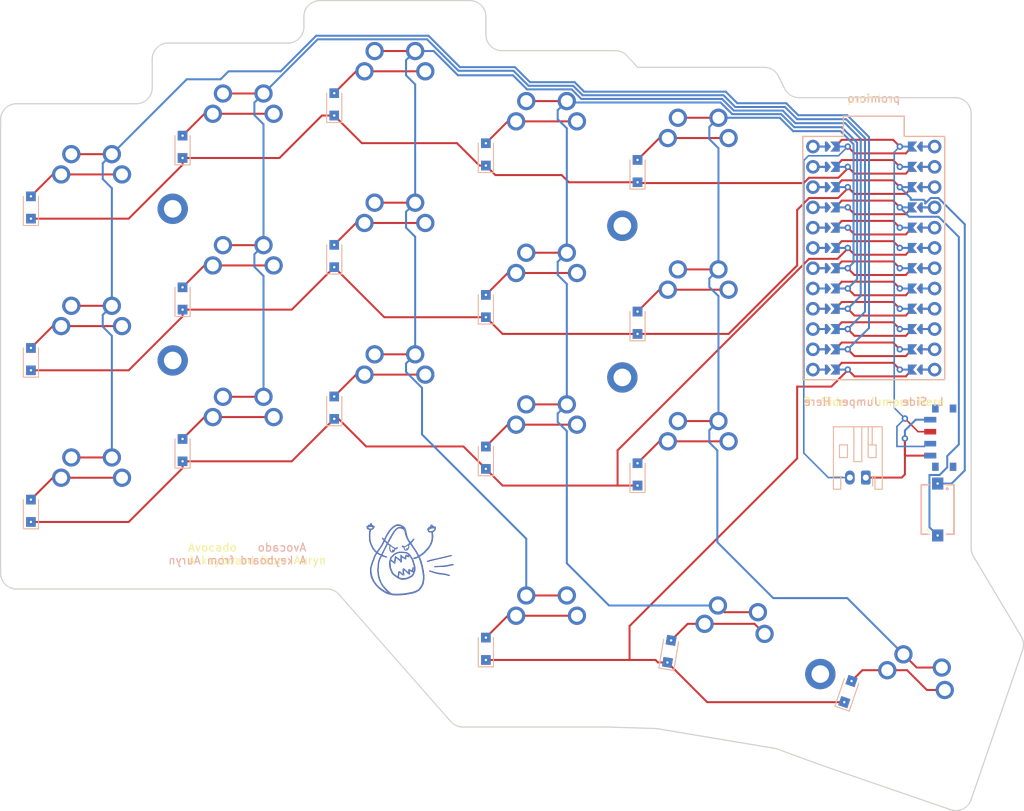
<source format=kicad_pcb>
(kicad_pcb (version 20240108) (generator "pcbnew") (generator_version "8.0")
  (layers (0 "F.Cu" signal) (31 "B.Cu" signal) (34 "B.Paste" user) (35 "F.Paste" user) (36 "B.SilkS" user "B.Silkscreen") (37 "F.SilkS" user "F.Silkscreen") (38 "B.Mask" user) (39 "F.Mask" user) (44 "Edge.Cuts" user))
  (net 0 "")
  (net 1 "P2")
  (net 2 "P0")
  (net 3 "P1")
  (net 4 "P8")
  (net 5 "P7")
  (net 6 "P6")
  (net 7 "P5")
  (net 8 "P4")
  (net 9 "P3")
  (net 10 "P21")
  (net 11 "P20")
  (net 12 "P19")
  (net 13 "P18")
  (net 14 "P15")
  (net 15 "P14")
  (net 16 "P16")
  (net 17 "RAW")
  (net 18 "B+")
  (net 19 "B-")
  (net 20 "RST")
  (net 21 "VCC")
  (net 22 "GND")
  (net 23 "_1_0")
  (net 24 "_1_23")
  (net 25 "_1_1")
  (net 26 "_1_22")
  (net 27 "_1_2")
  (net 28 "_1_21")
  (net 29 "_1_3")
  (net 30 "_1_20")
  (net 31 "_1_4")
  (net 32 "_1_19")
  (net 33 "_1_5")
  (net 34 "_1_18")
  (net 35 "_1_6")
  (net 36 "_1_17")
  (net 37 "_1_7")
  (net 38 "_1_16")
  (net 39 "_1_8")
  (net 40 "_1_15")
  (net 41 "_1_9")
  (net 42 "_1_14")
  (net 43 "_1_10")
  (net 44 "_1_13")
  (net 45 "_1_11")
  (net 46 "_1_12")
  (net 47 "pos")
  (footprint "Diode_SMD:Nexperia_CFP3_SOD-123W" (layer "F.Cu") (at 76.5 52.41 90)
    (property "Reference" "D11" (hide yes))
    (property "Value" "Nexperia_CFP3_SOD-123W" (hide yes))
  )
  (footprint "Diode_SMD:Nexperia_CFP3_SOD-123W" (layer "F.Cu") (at 38.5 32.46 90)
    (property "Reference" "D6" (hide yes))
    (property "Value" "Nexperia_CFP3_SOD-123W" (hide yes))
  )
  (footprint "mounting_hole" (layer "F.Cu") (at 118.402667 98.51663 -14.25)
    (property "Reference" "H5" (hide yes))
    (property "Value" "")
  )
  (footprint "Diode_SMD:Nexperia_CFP3_SOD-123W" (layer "F.Cu") (at 76.5 95.35 90)
    (property "Reference" "D16" (hide yes))
    (property "Value" "Nexperia_CFP3_SOD-123W" (hide yes))
  )
  (footprint "MX" (layer "F.Cu") (at 84.1 31.81)
    (property "Reference" "S12" (hide yes))
    (property "Value" "" (hide yes))
  )
  (footprint "MX" (layer "F.Cu") (at 46.1 30.86)
    (property "Reference" "S6" (hide yes))
    (property "Value" "" (hide yes))
  )
  (footprint "Diode_SMD:Nexperia_CFP3_SOD-123W" (layer "F.Cu") (at 38.5 51.46 90)
    (property "Reference" "D5" (hide yes))
    (property "Value" "Nexperia_CFP3_SOD-123W" (hide yes))
  )
  (footprint "MX" (layer "F.Cu") (at 84.1 50.81)
    (property "Reference" "S11" (hide yes))
    (property "Value" "" (hide yes))
  )
  (footprint "Diode_SMD:Nexperia_CFP3_SOD-123W" (layer "F.Cu") (at 38.5 70.46 90)
    (property "Reference" "D4" (hide yes))
    (property "Value" "Nexperia_CFP3_SOD-123W" (hide yes))
  )
  (footprint "Diode_SMD:Nexperia_CFP3_SOD-123W" (layer "F.Cu") (at 95.5 73.5 90)
    (property "Reference" "D13" (hide yes))
    (property "Value" "Nexperia_CFP3_SOD-123W" (hide yes))
  )
  (footprint "MX" (layer "F.Cu") (at 27.1 76.46)
    (property "Reference" "S1" (hide yes))
    (property "Value" "" (hide yes))
  )
  (footprint "Diode_SMD:Nexperia_CFP3_SOD-123W" (layer "F.Cu") (at 95.5 54.5 90)
    (property "Reference" "D14" (hide yes))
    (property "Value" "Nexperia_CFP3_SOD-123W" (hide yes))
  )
  (footprint "Diode_SMD:Nexperia_CFP3_SOD-123W" (layer "F.Cu") (at 76.5 71.41 90)
    (property "Reference" "D10" (hide yes))
    (property "Value" "Nexperia_CFP3_SOD-123W" (hide yes))
  )
  (footprint "MX" (layer "F.Cu") (at 65.1 63.54)
    (property "Reference" "S7" (hide yes))
    (property "Value" "" (hide yes))
  )
  (footprint "MX" (layer "F.Cu") (at 103.1 71.9)
    (property "Reference" "S13" (hide yes))
    (property "Value" "" (hide yes))
  )
  (footprint "Button_Switch_SMD:SW_SPDT_PCM12" (layer "F.Cu") (at 133.6 68.9 90)
    (property "Reference" "T1" (hide yes))
    (property "Value" "" (hide yes))
  )
  (footprint "Diode_SMD:Nexperia_CFP3_SOD-123W" (layer "F.Cu") (at 19.5 78.06 90)
    (property "Reference" "D1" (hide yes))
    (property "Value" "Nexperia_CFP3_SOD-123W" (hide yes))
  )
  (footprint "MX" (layer "F.Cu") (at 27.1 57.46)
    (property "Reference" "S2" (hide yes))
    (property "Value" "" (hide yes))
  )
  (footprint "MX" (layer "F.Cu") (at 46.1 68.86)
    (property "Reference" "S4" (hide yes))
    (property "Value" "" (hide yes))
  )
  (footprint "MX" (layer "F.Cu") (at 46.1 49.86)
    (property "Reference" "S5" (hide yes))
    (property "Value" "" (hide yes))
  )
  (footprint "434121025816" (layer "F.Cu") (at 133.1 77.9 90)
    (property "Reference" "S19" (hide yes))
    (property "Value" "" (hide yes))
  )
  (footprint "MX" (layer "F.Cu") (at 84.1 69.81)
    (property "Reference" "S10" (hide yes))
    (property "Value" "" (hide yes))
  )
  (footprint "Diode_SMD:Nexperia_CFP3_SOD-123W" (layer "F.Cu") (at 57.5 46.14 90)
    (property "Reference" "D8" (hide yes))
    (property "Value" "Nexperia_CFP3_SOD-123W" (hide yes))
  )
  (footprint "MX" (layer "F.Cu") (at 107.240099 95.357038 -9.5)
    (property "Reference" "S17" (hide yes))
    (property "Value" "" (hide yes))
  )
  (footprint "MX" (layer "F.Cu") (at 65.1 25.54)
    (property "Reference" "S9" (hide yes))
    (property "Value" "" (hide yes))
  )
  (footprint "Diode_SMD:Nexperia_CFP3_SOD-123W" (layer "F.Cu") (at 57.5 65.14 90)
    (property "Reference" "D7" (hide yes))
    (property "Value" "Nexperia_CFP3_SOD-123W" (hide yes))
  )
  (footprint "mounting_hole" (layer "F.Cu") (at 93.6 61.355)
    (property "Reference" "H4" (hide yes))
    (property "Value" "")
  )
  (footprint "mounting_hole" (layer "F.Cu") (at 93.6 42.355)
    (property "Reference" "H3" (hide yes))
    (property "Value" "")
  )
  (footprint "mounting_hole" (layer "F.Cu") (at 37.266667 59.226667)
    (property "Reference" "H2" (hide yes))
    (property "Value" "")
  )
  (footprint "Connector_JST:JST_PH_S2B-PH-K_1x02_P2.00mm_Horizontal" (layer "F.Cu") (at 124.1 73.9 180)
    (property "Reference" "_2" (hide yes))
    (property "Value" "" (hide yes))
  )
  (footprint "MX" (layer "F.Cu") (at 129.565235 101.676222 -19)
    (property "Reference" "S18" (hide yes))
    (property "Value" "" (hide yes))
  )
  (footprint "mounting_hole" (layer "F.Cu") (at 37.266667 40.226667)
    (property "Reference" "H1" (hide yes))
    (property "Value" "")
  )
  (footprint "ProMicro" (layer "F.Cu") (at 125.1 46.4)
    (property "Reference" "")
    (property "Value" "")
  )
  (footprint "Diode_SMD:Nexperia_CFP3_SOD-123W" (layer "F.Cu") (at 19.5 59.06 90)
    (property "Reference" "D2" (hide yes))
    (property "Value" "Nexperia_CFP3_SOD-123W" (hide yes))
  )
  (footprint "MX" (layer "F.Cu") (at 27.1 38.46)
    (property "Reference" "S3" (hide yes))
    (property "Value" "" (hide yes))
  )
  (footprint "MX" (layer "F.Cu") (at 65.1 44.54)
    (property "Reference" "S8" (hide yes))
    (property "Value" "" (hide yes))
  )
  (footprint "Diode_SMD:Nexperia_CFP3_SOD-123W" (layer "F.Cu") (at 76.5 33.41 90)
    (property "Reference" "D12" (hide yes))
    (property "Value" "Nexperia_CFP3_SOD-123W" (hide yes))
  )
  (footprint "MX" (layer "F.Cu") (at 84.1 93.75)
    (property "Reference" "S16" (hide yes))
    (property "Value" "" (hide yes))
  )
  (footprint "Diode_SMD:Nexperia_CFP3_SOD-123W" (layer "F.Cu") (at 19.5 40.06 90)
    (property "Reference" "D3" (hide yes))
    (property "Value" "Nexperia_CFP3_SOD-123W" (hide yes))
  )
  (footprint "Diode_SMD:Nexperia_CFP3_SOD-123W" (layer "F.Cu") (at 121.858385 100.714734 71)
    (property "Reference" "D18" (hide yes))
    (property "Value" "Nexperia_CFP3_SOD-123W" (hide yes))
  )
  (footprint "Diode_SMD:Nexperia_CFP3_SOD-123W" (layer "F.Cu") (at 99.480252 95.680734 80.5)
    (property "Reference" "D17" (hide yes))
    (property "Value" "Nexperia_CFP3_SOD-123W" (hide yes))
  )
  (footprint "Diode_SMD:Nexperia_CFP3_SOD-123W" (layer "F.Cu") (at 95.5 35.5 90)
    (property "Reference" "D15" (hide yes))
    (property "Value" "Nexperia_CFP3_SOD-123W" (hide yes))
  )
  (footprint "MX" (layer "F.Cu") (at 103.1 52.9)
    (property "Reference" "S14" (hide yes))
    (property "Value" "" (hide yes))
  )
  (footprint "Diode_SMD:Nexperia_CFP3_SOD-123W" (layer "F.Cu") (at 57.5 27.14 90)
    (property "Reference" "D9" (hide yes))
    (property "Value" "Nexperia_CFP3_SOD-123W" (hide yes))
  )
  (footprint "MX" (layer "F.Cu") (at 103.1 33.9)
    (property "Reference" "S15" (hide yes))
    (property "Value" "" (hide yes))
  )
  (gr_poly (pts (xy 63.883459 81.892079) (xy 63.956301 81.960636) (xy 64.029085 82.029139) (xy 64.099821 82.099821) (xy 64.119013 82.177777) (xy 64.071959 82.266082) (xy 64.027288 82.355423) (xy 63.982504 82.444992) (xy 63.942973 82.536682) (xy 63.901669 82.627805) (xy 63.858329 82.71796) (xy 63.81297 82.807114) (xy 63.765609 82.895232) (xy 63.71634 82.982149) (xy 63.673325 83.072241) (xy 63.630163 83.16252) (xy 63.586742 83.252464) (xy 63.543234 83.342587) (xy 63.500549 83.432993) (xy 63.446731 83.517006) (xy 63.368385 83.555334) (xy 63.277312 83.514078) (xy 63.187962 83.469233) (xy 63.100418 83.420919) (xy 63.014903 83.369414) (xy 62.932707 83.312229) (xy 62.932439 83.239025) (xy 62.987315 83.155555) (xy 63.045183 83.073859) (xy 63.102903 82.992372) (xy 63.16033 82.910376) (xy 63.216917 82.827921) (xy 63.273443 82.745554) (xy 63.330044 82.663079) (xy 63.386645 82.580602) (xy 63.443161 82.498252) (xy 63.498454 82.414938) (xy 63.546706 82.327275) (xy 63.593708 82.238947) (xy 63.639375 82.15012) (xy 63.683857 82.060506) (xy 63.727068 81.970268) (xy 63.768931 81.879574)) (stroke (width 0.1)) (fill none) (layer "F.Cu"))
  (gr_poly (pts (xy 66.982353 83.711439) (xy 67.03547 83.796018) (xy 67.086604 83.882016) (xy 67.137729 83.967998) (xy 67.188836 84.053952) (xy 67.23996 84.139933) (xy 67.289513 84.226437) (xy 67.318707 84.32205) (xy 67.342792 84.418997) (xy 67.372428 84.514492) (xy 67.402078 84.61003) (xy 67.431839 84.705523) (xy 67.462673 84.800546) (xy 67.491885 84.89628) (xy 67.518683 84.992592) (xy 67.541759 85.089896) (xy 67.557731 85.188549) (xy 67.552733 85.28814) (xy 67.484966 85.267123) (xy 67.408714 85.207428) (xy 67.362625 85.162998) (xy 67.346307 85.26152) (xy 67.326492 85.359663) (xy 67.305579 85.457383) (xy 67.283532 85.554856) (xy 67.23047 85.577487) (xy 67.139583 85.535806) (xy 67.048843 85.49346) (xy 66.958185 85.451153) (xy 66.867706 85.408853) (xy 66.829443 85.474883) (xy 66.830521 85.574956) (xy 66.838498 85.674489) (xy 66.850398 85.773757) (xy 66.859412 85.87318) (xy 66.786588 85.833709) (xy 66.711015 85.768213) (xy 66.639121 85.698778) (xy 66.567293 85.629242) (xy 66.493914 85.561364) (xy 66.419012 85.495171) (xy 66.342513 85.430603) (xy 66.264936 85.367675) (xy 66.18743 85.304261) (xy 66.13566 85.359386) (xy 66.116871 85.457147) (xy 66.117791 85.556931) (xy 66.124524 85.656744) (xy 66.135203 85.756105) (xy 66.147294 85.855465) (xy 66.155922 85.955055) (xy 66.154973 86.04954) (xy 66.067897 86.0019) (xy 65.990531 85.938585) (xy 65.916643 85.871347) (xy 65.839683 85.807328) (xy 65.761162 85.745576) (xy 65.679685 85.687512) (xy 65.593784 85.686216) (xy 65.56268 85.775877) (xy 65.551642 85.875225) (xy 65.540599 85.974607) (xy 65.5277 86.073864) (xy 65.512224 86.172659) (xy 65.494206 86.271025) (xy 65.454448 86.341675) (xy 65.366679 86.293887) (xy 65.285304 86.23605) (xy 65.209443 86.170766) (xy 65.130753 86.109282) (xy 65.045378 86.057216) (xy 64.964121 85.999238) (xy 64.899572 85.923143) (xy 64.841313 85.841839) (xy 64.7856 85.758994) (xy 64.743673 85.668272) (xy 64.714701 85.572625) (xy 64.680133 85.478921) (xy 64.620327 85.402079) (xy 64.59789 85.304588) (xy 64.572151 85.208065) (xy 64.548058 85.111024) (xy 64.536348 85.011864) (xy 64.531473 84.911922) (xy 64.530038 84.81193) (xy 64.528444 84.711854) (xy 64.51292 84.613844) (xy 64.502396 84.515888) (xy 64.509294 84.416244) (xy 64.524971 84.317429) (xy 64.589273 84.312849) (xy 64.676075 84.362264) (xy 64.763549 84.410861) (xy 64.850669 84.459819) (xy 64.93003 84.520373) (xy 64.998305 84.593474) (xy 65.070474 84.662483) (xy 65.119339 84.597769) (xy 65.127267 84.500872) (xy 65.128013 84.402097) (xy 65.143474 84.303298) (xy 65.157532 84.204296) (xy 65.170187 84.105105) (xy 65.181436 84.005741) (xy 65.202325 83.926162) (xy 65.28728 83.978809) (xy 65.371863 84.032229) (xy 65.456753 84.085174) (xy 65.538999 84.14202) (xy 65.617606 84.203609) (xy 65.692583 84.269967) (xy 65.763289 84.340531) (xy 65.829745 84.41531) (xy 65.868916 84.504599) (xy 65.91 84.473962) (xy 65.91 84.373963) (xy 65.91 84.273918) (xy 65.91 84.173969) (xy 65.91 84.073873) (xy 65.91 83.974003) (xy 65.91 83.873946) (xy 65.939978 83.829986) (xy 66.025672 83.881403) (xy 66.113054 83.930179) (xy 66.200725 83.978399) (xy 66.287868 84.027321) (xy 66.377304 84.071906) (xy 66.469766 84.109914) (xy 66.459358 84.020148) (xy 66.46467 83.920262) (xy 66.478155 83.821247) (xy 66.501483 83.724066) (xy 66.566743 83.721524) (xy 66.653989 83.770401) (xy 66.745229 83.810953) (xy 66.842409 83.818623) (xy 66.824185 83.74838) (xy 66.833117 83.648966)) (stroke (width 0.1)) (fill none) (layer "F.Cu"))
  (gr_poly (pts (xy 62.079941 79.670044) (xy 62.022984 79.751183) (xy 61.987489 79.844482) (xy 61.967123 79.940719) (xy 61.908879 79.922268) (xy 61.854549 79.85) (xy 61.770849 79.889151) (xy 61.743524 79.982226) (xy 61.708709 80.067807) (xy 61.63861 80.104438) (xy 61.680319 80.039936) (xy 61.701197 79.99696) (xy 61.60742 80.010918) (xy 61.584541 80.10342) (xy 61.624693 80.194079) (xy 61.646224 80.289443) (xy 61.732186 80.338787) (xy 61.826041 80.373292) (xy 61.921737 80.401832) (xy 61.996555 80.436112) (xy 61.970294 80.532572) (xy 61.946419 80.629524) (xy 61.926653 80.727587) (xy 61.91147 80.826469) (xy 61.906155 80.926325) (xy 61.90308 81.026172) (xy 61.901472 81.126249) (xy 61.901339 81.22633) (xy 61.902678 81.326193) (xy 61.905492 81.426237) (xy 61.909771 81.526029) (xy 61.915531 81.62597) (xy 61.925047 81.725328) (xy 61.939191 81.824338) (xy 61.958497 81.922484) (xy 61.990634 82.017058) (xy 62.023786 82.111566) (xy 62.056775 82.205912) (xy 62.089668 82.300292) (xy 62.130661 82.391322) (xy 62.17539 82.48078) (xy 62.220136 82.570273) (xy 62.26486 82.65972) (xy 62.309589 82.749178) (xy 62.359348 82.835619) (xy 62.416923 82.917374) (xy 62.479333 82.995454) (xy 62.546513 83.069706) (xy 62.617458 83.139995) (xy 62.691609 83.207131) (xy 62.765 83.275) (xy 62.772257 83.352161) (xy 62.719559 83.437099) (xy 62.668607 83.52308) (xy 62.619303 83.610285) (xy 62.571895 83.698275) (xy 62.525141 83.78651) (xy 62.490153 83.880077) (xy 62.461523 83.976059) (xy 62.43642 84.072833) (xy 62.400779 84.165748) (xy 62.360132 84.257203) (xy 62.317282 84.347501) (xy 62.278086 84.439583) (xy 62.246493 84.534301) (xy 62.221197 84.631166) (xy 62.19569 84.727702) (xy 62.166944 84.82352) (xy 62.138213 84.919291) (xy 62.109084 85.014945) (xy 62.081316 85.110953) (xy 62.059563 85.20867) (xy 62.045334 85.307645) (xy 62.035411 85.406991) (xy 62.03 85.506826) (xy 62.03 85.606782) (xy 62.031291 85.706787) (xy 62.048555 85.805103) (xy 62.063246 85.904173) (xy 62.075276 86.003433) (xy 62.090408 86.102042) (xy 62.110022 86.200087) (xy 62.134287 86.297146) (xy 62.158562 86.394247) (xy 62.199089 86.485508) (xy 62.240703 86.576538) (xy 62.282234 86.667387) (xy 62.324203 86.758109) (xy 62.371751 86.846216) (xy 62.421858 86.932653) (xy 62.474646 87.017634) (xy 62.52991 87.100834) (xy 62.587787 87.182456) (xy 62.648153 87.262308) (xy 62.707675 87.342421) (xy 62.773924 87.417247) (xy 62.843318 87.489365) (xy 62.91421 87.559834) (xy 62.986237 87.62923) (xy 63.059065 87.69761) (xy 63.132915 87.76529) (xy 63.207482 87.83187) (xy 63.283126 87.897214) (xy 63.360645 87.960469) (xy 63.442506 88.017677) (xy 63.526023 88.07278) (xy 63.610522 88.126278) (xy 63.695868 88.178488) (xy 63.781871 88.229428) (xy 63.86867 88.279121) (xy 63.9562 88.327223) (xy 64.045143 88.37328) (xy 64.136041 88.414735) (xy 64.229957 88.448893) (xy 64.324708 88.480748) (xy 64.420564 88.509406) (xy 64.5175 88.534029) (xy 64.615364 88.554594) (xy 64.713868 88.57199) (xy 64.812581 88.587406) (xy 64.91216 88.596577) (xy 65.01196 88.603021) (xy 65.111823 88.607777) (xy 65.21173 88.610845) (xy 65.311807 88.612226) (xy 65.411884 88.611916) (xy 65.51179 88.609918) (xy 65.611653 88.606234) (xy 65.711601 88.600854) (xy 65.811314 88.593796) (xy 65.91092 88.585053) (xy 66.010398 88.574625) (xy 66.110066 88.570546) (xy 66.210125 88.567525) (xy 66.309738 88.559618) (xy 66.408849 88.546842) (xy 66.5074 88.52919) (xy 66.605287 88.509634) (xy 66.703728 88.491176) (xy 66.800564 88.466919) (xy 66.89916 88.45271) (xy 66.996264 88.428434) (xy 67.094702 88.411373) (xy 67.193944 88.398797) (xy 67.292785 88.384729) (xy 67.386508 88.350433) (xy 67.481658 88.320095) (xy 67.57791 88.293358) (xy 67.673224 88.262854) (xy 67.763554 88.220504) (xy 67.849215 88.169239) (xy 67.93765 88.122421) (xy 68.025791 88.07533) (xy 68.112607 88.025457) (xy 68.182926 87.95499) (xy 68.250587 87.881177) (xy 68.316188 87.805676) (xy 68.375061 87.724989) (xy 68.426739 87.63934) (xy 68.474823 87.551757) (xy 68.524374 87.464897) (xy 68.571391 87.376662) (xy 68.614241 87.286287) (xy 68.650372 87.193196) (xy 68.677149 87.09673) (xy 68.693252 86.998114) (xy 68.701637 86.898543) (xy 68.715783 86.799519) (xy 68.73477 86.701473) (xy 68.746111 86.602159) (xy 68.753479 86.502507) (xy 68.758082 86.402488) (xy 68.759974 86.302635) (xy 68.759211 86.202617) (xy 68.747145 86.103495) (xy 68.724392 86.006355) (xy 68.707921 85.907528) (xy 68.697239 85.808442) (xy 68.688448 85.708778) (xy 68.675147 85.609688) (xy 68.657361 85.511325) (xy 68.635117 85.413839) (xy 68.608443 85.317386) (xy 68.590571 85.219283) (xy 68.57587 85.120382) (xy 68.555294 85.022644) (xy 68.533161 84.925129) (xy 68.506623 84.82863) (xy 68.480091 84.73215) (xy 68.453598 84.63581) (xy 68.429683 84.539062) (xy 68.40806 84.44169) (xy 68.371552 84.348516) (xy 68.331847 84.256886) (xy 68.293032 84.164701) (xy 68.261734 84.07014) (xy 68.230463 83.975313) (xy 68.183951 83.886909) (xy 68.148779 83.804453) (xy 68.232788 83.750241) (xy 68.317818 83.697604) (xy 68.39959 83.640293) (xy 68.480989 83.582064) (xy 68.561977 83.523572) (xy 68.643164 83.464937) (xy 68.724449 83.406728) (xy 68.799825 83.341221) (xy 68.869394 83.269484) (xy 68.935903 83.19471) (xy 69.0008 83.118679) (xy 69.065174 83.042327) (xy 69.137018 82.972965) (xy 69.208483 82.902996) (xy 69.275587 82.828952) (xy 69.337911 82.750787) (xy 69.39596 82.669189) (xy 69.450386 82.585462) (xy 69.502369 82.499999) (xy 69.552057 82.41312) (xy 69.600009 82.325436) (xy 69.6438 82.235502) (xy 69.681228 82.142905) (xy 69.714573 82.048609) (xy 69.746235 81.953605) (xy 69.777208 81.858608) (xy 69.799088 81.761188) (xy 69.816766 81.662627) (xy 69.832339 81.563925) (xy 69.845913 81.464915) (xy 69.856605 81.365379) (xy 69.859114 81.265492) (xy 69.851678 81.165761) (xy 69.840868 81.066309) (xy 69.827766 80.967254) (xy 69.811662 80.868511) (xy 69.792457 80.770502) (xy 69.833209 80.689162) (xy 69.921993 80.64328) (xy 70.007266 80.590839) (xy 70.085217 80.528352) (xy 70.141954 80.448275) (xy 70.158397 80.349617) (xy 70.166172 80.250202) (xy 70.198478 80.156346) (xy 70.147987 80.082078) (xy 70.052097 80.103951) (xy 69.995263 80.060751) (xy 69.913893 80.02095) (xy 69.833542 80.076458) (xy 69.808517 80.009889) (xy 69.787576 79.912117) (xy 69.733786 79.830578) (xy 69.639325 79.836372) (xy 69.594371 79.923986) (xy 69.576566 80.022302) (xy 69.565634 80.12173) (xy 69.52965 80.210117) (xy 69.472912 80.148727) (xy 69.397316 80.111753) (xy 69.34645 80.195949) (xy 69.296212 80.269907) (xy 69.220635 80.324855) (xy 69.215227 80.424089) (xy 69.269767 80.49388) (xy 69.278586 80.59255) (xy 69.335273 80.672219) (xy 69.422518 80.717678) (xy 69.521342 80.733326) (xy 69.621109 80.739611) (xy 69.718854 80.73847) (xy 69.734535 80.837209) (xy 69.749286 80.936033) (xy 69.760277 81.035397) (xy 69.767738 81.135056) (xy 69.771665 81.235047) (xy 69.772041 81.335145) (xy 69.767893 81.434899) (xy 69.756857 81.534226) (xy 69.741623 81.633217) (xy 69.722269 81.731336) (xy 69.698835 81.828459) (xy 69.671323 81.924587) (xy 69.639802 82.019462) (xy 69.604313 82.112956) (xy 69.564898 82.204944) (xy 69.521721 82.295056) (xy 69.474786 82.383298) (xy 69.423994 82.469501) (xy 69.369969 82.5536) (xy 69.313424 82.636029) (xy 69.252175 82.715153) (xy 69.186186 82.79026) (xy 69.117062 82.862613) (xy 69.047301 82.934185) (xy 68.978211 83.006416) (xy 68.909098 83.07867) (xy 68.841155 83.152149) (xy 68.774779 83.226792) (xy 68.703161 83.296606) (xy 68.624312 83.358068) (xy 68.542112 83.414534) (xy 68.464387 83.477686) (xy 68.386088 83.539632) (xy 68.303817 83.596589) (xy 68.22031 83.651621) (xy 68.135586 83.704648) (xy 68.073885 83.659808) (xy 68.022492 83.574153) (xy 67.973521 83.487042) (xy 67.928756 83.397513) (xy 67.881812 83.309261) (xy 67.833193 83.221748) (xy 67.780181 83.137157) (xy 67.725033 83.053704) (xy 67.672628 82.968671) (xy 67.616705 82.886045) (xy 67.557476 82.805394) (xy 67.499803 82.723627) (xy 67.443804 82.640922) (xy 67.388374 82.557562) (xy 67.332956 82.474434) (xy 67.278656 82.390489) (xy 67.225915 82.305474) (xy 67.169275 82.223041) (xy 67.108829 82.143325) (xy 67.139527 82.070473) (xy 67.205867 81.995856) (xy 67.268862 81.918324) (xy 67.330888 81.839846) (xy 67.391817 81.760638) (xy 67.451008 81.680033) (xy 67.489517 81.589084) (xy 67.417896 81.634524) (xy 67.353857 81.711372) (xy 67.28977 81.788275) (xy 67.223702 81.863335) (xy 67.157311 81.938025) (xy 67.088955 82.011045) (xy 67.026273 82.032547) (xy 66.967214 81.952132) (xy 66.9103 81.869944) (xy 66.857921 81.78478) (xy 66.808817 81.697688) (xy 66.763043 81.60876) (xy 66.720708 81.51821) (xy 66.681853 81.42614) (xy 66.646476 81.332525) (xy 66.614711 81.237713) (xy 66.586587 81.141808) (xy 66.562099 81.044788) (xy 66.54134 80.947011) (xy 66.524996 80.848411) (xy 66.506692 80.75005) (xy 66.486751 80.652049) (xy 66.46539 80.554425) (xy 66.442354 80.457044) (xy 66.411107 80.362238) (xy 66.369376 80.271358) (xy 66.316407 80.186897) (xy 66.242464 80.119721) (xy 66.161531 80.060968) (xy 66.078198 80.005844) (xy 65.992683 79.953868) (xy 65.904995 79.905997) (xy 65.81677 79.858944) (xy 65.723709 79.823637) (xy 65.624497 79.812484) (xy 65.524494 79.810003) (xy 65.424458 79.811013) (xy 65.32597 79.826679) (xy 65.232771 79.861957) (xy 65.143083 79.905926) (xy 65.055931 79.954988) (xy 64.971579 80.008948) (xy 64.892714 80.070139) (xy 64.815578 80.133883) (xy 64.740036 80.199519) (xy 64.666154 80.266854) (xy 64.594017 80.336072) (xy 64.526933 80.410144) (xy 64.462764 80.486959) (xy 64.401544 80.565815) (xy 64.343133 80.647109) (xy 64.287549 80.730294) (xy 64.234415 80.814953) (xy 64.183195 80.900868) (xy 64.133512 80.987709) (xy 64.085155 81.07504) (xy 64.037233 81.16298) (xy 63.988663 81.250407) (xy 63.94095 81.338099) (xy 63.896238 81.427524) (xy 63.851442 81.517116) (xy 63.806751 81.606497) (xy 63.754117 81.679704) (xy 63.680109 81.61277) (xy 63.616857 81.535358) (xy 63.541818 81.486991) (xy 63.580668 81.574207) (xy 63.648182 81.647959) (xy 63.715321 81.721795) (xy 63.714554 81.807253) (xy 63.674619 81.898975) (xy 63.63274 81.989741) (xy 63.589096 82.079751) (xy 63.544209 82.169049) (xy 63.498168 82.257686) (xy 63.450651 82.345775) (xy 63.40083 82.432549) (xy 63.3453 82.51556) (xy 63.288908 82.598268) (xy 63.232876 82.681014) (xy 63.177976 82.764609) (xy 63.122061 82.84752) (xy 63.065138 82.929738) (xy 63.007212 83.011253) (xy 62.948291 83.092057) (xy 62.888449 83.172172) (xy 62.827638 83.228874) (xy 62.753279 83.161951) (xy 62.679008 83.095045) (xy 62.608026 83.024647) (xy 62.541422 82.950205) (xy 62.479516 82.871492) (xy 62.422713 82.789223) (xy 62.371669 82.703338) (xy 62.32696 82.613919) (xy 62.28221 82.52442) (xy 62.237531 82.435061) (xy 62.192818 82.345635) (xy 62.148054 82.256108) (xy 62.110117 82.163687) (xy 62.07759 82.069061) (xy 62.049496 81.973091) (xy 62.025876 81.875933) (xy 62.006796 81.777888) (xy 61.992256 81.67897) (xy 61.980744 81.579592) (xy 61.974354 81.479799) (xy 61.970167 81.379891) (xy 61.967465 81.279977) (xy 61.966156 81.18004) (xy 61.966674 81.079966) (xy 61.971164 80.980115) (xy 61.979216 80.880452) (xy 61.992264 80.781362) (xy 62.011158 80.683173) (xy 62.034836 80.586002) (xy 62.057737 80.4886) (xy 62.111384 80.414528) (xy 62.209237 80.39572) (xy 62.30005 80.354127) (xy 62.38212 80.297457) (xy 62.437312 80.214301) (xy 62.490292 80.129707) (xy 62.520532 80.044099) (xy 62.441419 79.990491) (xy 62.342135 79.999644) (xy 62.335674 79.907256) (xy 62.24233 79.884133) (xy 62.150959 79.906165) (xy 62.16 79.807251) (xy 62.16 79.707228) (xy 62.12008 79.640956) (xy 62.106119 79.891045) (xy 62.04983 79.936546) (xy 62.038898 79.847889) (xy 62.075765 79.755017) (xy 62.12 79.711171)) (stroke (width 0.1)) (fill none) (layer "F.Cu"))
  (gr_poly (pts (xy 72.341143 84.783916) (xy 72.242656 84.801296) (xy 72.144151 84.818679) (xy 72.045878 84.836824) (xy 71.947761 84.856448) (xy 71.849769 84.876046) (xy 71.751606 84.895787) (xy 71.653542 84.914739) (xy 71.555059 84.932166) (xy 71.456342 84.948032) (xy 71.357243 84.96236) (xy 71.258113 84.975099) (xy 71.158804 84.986272) (xy 71.059167 84.995893) (xy 70.959557 85.003929) (xy 70.859823 85.010393) (xy 70.759818 85.015292) (xy 70.659894 85.018607) (xy 70.559903 85.020347) (xy 70.459864 85.020509) (xy 70.359927 85.02188) (xy 70.26011 85.026484) (xy 70.160452 85.033822) (xy 70.064809 85.058185) (xy 70.145318 85.077757) (xy 70.245128 85.073711) (xy 70.345184 85.069655) (xy 70.445099 85.065604) (xy 70.544955 85.061556) (xy 70.644937 85.057503) (xy 70.744751 85.053456) (xy 70.8447 85.049931) (xy 70.944771 85.048324) (xy 71.044736 85.044736) (xy 71.144566 85.039172) (xy 71.244233 85.031636) (xy 71.343868 85.022114) (xy 71.443118 85.010641) (xy 71.542117 84.997208) (xy 71.640996 84.981791) (xy 71.739564 84.964416) (xy 71.837633 84.945119) (xy 71.935333 84.923877) (xy 72.032636 84.900695) (xy 72.129355 84.875618) (xy 72.227371 84.855672) (xy 72.325567 84.837488) (xy 72.423273 84.817545)) (stroke (width 0.1)) (fill none) (layer "F.Cu"))
  (gr_poly (pts (xy 65.569949 83.250015) (xy 65.474679 83.280203) (xy 65.380848 83.31459) (xy 65.288546 83.353149) (xy 65.198013 83.395791) (xy 65.111251 83.445249) (xy 65.022631 83.49119) (xy 64.940594 83.547731) (xy 64.875138 83.623185) (xy 64.805258 83.694742) (xy 64.732962 83.763503) (xy 64.660203 83.831827) (xy 64.604732 83.914786) (xy 64.567073 84.007337) (xy 64.534038 84.10162) (xy 64.500451 84.195879) (xy 64.467231 84.290151) (xy 64.440931 84.386587) (xy 64.44 84.486478) (xy 64.44 84.586522) (xy 64.437947 84.68647) (xy 64.435858 84.786497) (xy 64.438532 84.88642) (xy 64.447334 84.986021) (xy 64.461256 85.085042) (xy 64.476078 85.183853) (xy 64.494277 85.282153) (xy 64.535233 85.373084) (xy 64.572392 85.46598) (xy 64.609541 85.558852) (xy 64.646665 85.651663) (xy 64.679639 85.745836) (xy 64.72739 85.833578) (xy 64.785255 85.91524) (xy 64.84824 85.992911) (xy 64.91586 86.066203) (xy 64.998122 86.122795) (xy 65.078411 86.182314) (xy 65.15795 86.243138) (xy 65.238981 86.301633) (xy 65.320679 86.359303) (xy 65.402689 86.416477) (xy 65.485306 86.472894) (xy 65.573054 86.520756) (xy 65.665549 86.558331) (xy 65.759229 86.593464) (xy 65.854739 86.623072) (xy 65.952893 86.641672) (xy 66.052541 86.64951) (xy 66.152553 86.648268) (xy 66.252063 86.640098) (xy 66.351173 86.626855) (xy 66.449774 86.609961) (xy 66.547775 86.590468) (xy 66.645125 86.567261) (xy 66.739968 86.535731) (xy 66.829057 86.490471) (xy 66.918419 86.44579) (xy 67.007352 86.399947) (xy 67.094877 86.351656) (xy 67.181247 86.301201) (xy 67.265062 86.246675) (xy 67.336231 86.177385) (xy 67.39061 86.093509) (xy 67.436138 86.004382) (xy 67.473024 85.911595) (xy 67.509735 85.818636) (xy 67.549046 85.72663) (xy 67.583216 85.632781) (xy 67.609069 85.536175) (xy 67.626354 85.437687) (xy 67.634943 85.338056) (xy 67.634775 85.238194) (xy 67.625837 85.138511) (xy 67.603262 85.041418) (xy 67.575775 84.945211) (xy 67.548322 84.849126) (xy 67.520805 84.752817) (xy 67.491952 84.657226) (xy 67.46298 84.561396) (xy 67.434057 84.465728) (xy 67.405103 84.369957) (xy 67.380472 84.273145) (xy 67.347973 84.178924) (xy 67.293727 84.094987) (xy 67.241107 84.009993) (xy 67.189014 83.924751) (xy 67.136829 83.839356) (xy 67.084691 83.754039) (xy 67.029545 83.670675) (xy 66.96847 83.591493) (xy 66.898787 83.519949) (xy 66.8231 83.454524) (xy 66.742104 83.39604) (xy 66.656799 83.343816) (xy 66.568098 83.297594) (xy 66.472162 83.274917) (xy 66.372496 83.267154) (xy 66.272753 83.260644) (xy 66.172828 83.255382) (xy 66.07285 83.251376) (xy 65.973063 83.248633) (xy 65.873013 83.247139) (xy 65.772945 83.246903) (xy 65.672987 83.247923)) (stroke (width 0.1)) (fill none) (layer "F.Cu"))
  (gr_poly (pts (xy 61.870469 79.945703) (xy 61.802749 79.988625) (xy 61.819628 79.907127) (xy 62.303341 79.997278) (xy 62.270552 80.004695) (xy 62.207119 79.946525) (xy 62.289912 79.950964) (xy 62.284552 80.062988) (xy 62.364254 80.122434) (xy 62.368866 80.214551) (xy 62.294168 80.279941) (xy 62.206675 80.328622) (xy 62.110355 80.349756) (xy 62.010364 80.347894) (xy 61.912032 80.330642) (xy 61.817164 80.298817) (xy 61.726074 80.25781) (xy 61.703223 80.177377) (xy 61.763207 80.09784) (xy 61.842537 80.037704) (xy 61.939054 80.012944) (xy 62.038717 80.006299) (xy 62.138208 80.015754) (xy 62.467617 80.082285) (xy 62.386484 80.068127)) (stroke (width 0.1)) (fill none) (layer "F.Cu"))
  (gr_poly (pts (xy 69.914941 80.14) (xy 69.872787 80.113832) (xy 69.950586 80.085878) (xy 70.103439 80.181706)) (stroke (width 0.1)) (fill none) (layer "F.Cu"))
  (gr_poly (pts (xy 66.416301 83.321329) (xy 66.513615 83.340594) (xy 66.603008 83.385366) (xy 66.690293 83.434104) (xy 66.771612 83.491699) (xy 66.78229 83.582833) (xy 66.767604 83.681829) (xy 66.732508 83.734727) (xy 66.646313 83.684251) (xy 66.562286 83.630106) (xy 66.478352 83.622984) (xy 66.442728 83.716081) (xy 66.422255 83.81389) (xy 66.404887 83.912308) (xy 66.389011 84.009258) (xy 66.305464 83.954551) (xy 66.218644 83.90494) (xy 66.131657 83.855818) (xy 66.04317 83.809381) (xy 65.958834 83.755778) (xy 65.901283 83.676601) (xy 65.856777 83.604431) (xy 65.84 83.692313) (xy 65.84 83.792381) (xy 65.84 83.892396) (xy 65.84 83.992277) (xy 65.84 84.092422) (xy 65.84 84.192246) (xy 65.84 84.292385) (xy 65.788864 84.268864) (xy 65.717633 84.198805) (xy 65.642097 84.133172) (xy 65.56328 84.071578) (xy 65.480353 84.015806) (xy 65.393211 83.966696) (xy 65.306863 83.916426) (xy 65.224011 83.860405) (xy 65.174935 83.780437) (xy 65.149039 83.872784) (xy 65.129629 83.97082) (xy 65.112886 84.069506) (xy 65.098883 84.168402) (xy 65.087571 84.267837) (xy 65.079003 84.367368) (xy 65.073151 84.467327) (xy 65.070046 84.567271) (xy 65.005704 84.51402) (xy 64.935454 84.44311) (xy 64.852072 84.387982) (xy 64.763706 84.341136) (xy 64.67751 84.290636) (xy 64.596095 84.232689) (xy 64.585768 84.145011) (xy 64.621374 84.051569) (xy 64.659477 83.958944) (xy 64.708225 83.873597) (xy 64.782484 83.806765) (xy 64.856322 83.739477) (xy 64.91793 83.660961) (xy 64.987748 83.58944) (xy 65.070874 83.534118) (xy 65.159816 83.488441) (xy 65.246117 83.438098) (xy 65.336728 83.395899) (xy 65.42805 83.355311) (xy 65.520208 83.31658) (xy 65.616957 83.3) (xy 65.717029 83.3) (xy 65.817017 83.3) (xy 65.916963 83.299658) (xy 66.016953 83.300138) (xy 66.117035 83.301996) (xy 66.21697 83.305227)) (stroke (width 0.1)) (fill none) (layer "F.Cu"))
  (gr_poly (pts (xy 63.034774 83.456164) (xy 63.121718 83.505806) (xy 63.210196 83.552128) (xy 63.300529 83.595298) (xy 63.380964 83.642801) (xy 63.345898 83.736254) (xy 63.292766 83.820851) (xy 63.242617 83.907289) (xy 63.198214 83.996793) (xy 63.161149 84.089613) (xy 63.127418 84.183762) (xy 63.096236 84.278787) (xy 63.067523 84.374604) (xy 63.041669 84.471126) (xy 63.02725 84.569664) (xy 63.020804 84.669567) (xy 63.013153 84.769219) (xy 63.004291 84.868767) (xy 62.9942 84.968359) (xy 62.982914 85.067667) (xy 62.970418 85.166839) (xy 62.958892 85.266184) (xy 62.950437 85.365815) (xy 62.945291 85.465708) (xy 62.944222 85.565652) (xy 62.951183 85.665398) (xy 62.969365 85.763697) (xy 62.984112 85.862662) (xy 62.996308 85.961755) (xy 63.005875 86.061275) (xy 63.013379 86.161074) (xy 63.02553 86.260269) (xy 63.057702 86.354794) (xy 63.085881 86.450583) (xy 63.11335 86.546724) (xy 63.136838 86.643998) (xy 63.169086 86.738597) (xy 63.210143 86.829503) (xy 63.254935 86.91889) (xy 63.299259 87.00851) (xy 63.343113 87.09836) (xy 63.386556 87.188565) (xy 63.429408 87.278746) (xy 63.478955 87.365672) (xy 63.532479 87.449972) (xy 63.592481 87.529975) (xy 63.654645 87.608306) (xy 63.717152 87.68644) (xy 63.780026 87.764116) (xy 63.844704 87.840461) (xy 63.910984 87.915201) (xy 63.979088 87.988585) (xy 64.048651 88.06022) (xy 64.119992 88.130437) (xy 64.19273 88.198859) (xy 64.2672 88.265801) (xy 64.343005 88.330901) (xy 64.4203 88.394302) (xy 64.367627 88.390955) (xy 64.270877 88.365494) (xy 64.178783 88.327257) (xy 64.088747 88.28369) (xy 63.999733 88.23816) (xy 63.911664 88.190625) (xy 63.824792 88.141224) (xy 63.739038 88.089918) (xy 63.654327 88.036656) (xy 63.570905 87.981592) (xy 63.488694 87.924678) (xy 63.407728 87.865933) (xy 63.328234 87.805293) (xy 63.249304 87.743903) (xy 63.170278 87.682438) (xy 63.091453 87.62113) (xy 63.018538 87.552583) (xy 62.947933 87.481729) (xy 62.879644 87.408791) (xy 62.81361 87.333706) (xy 62.749886 87.256525) (xy 62.688716 87.177551) (xy 62.629949 87.096593) (xy 62.573728 87.013834) (xy 62.520178 86.929469) (xy 62.469251 86.843426) (xy 62.420989 86.755766) (xy 62.375576 86.666833) (xy 62.332896 86.57641) (xy 62.295903 86.483361) (xy 62.262377 86.389176) (xy 62.232118 86.294018) (xy 62.205066 86.197685) (xy 62.181334 86.100546) (xy 62.160908 86.00254) (xy 62.143866 85.904044) (xy 62.130191 85.805001) (xy 62.119911 85.705645) (xy 62.113012 85.605766) (xy 62.109532 85.505896) (xy 62.109461 85.405973) (xy 62.113702 85.305954) (xy 62.118693 85.206147) (xy 62.142003 85.109589) (xy 62.171821 85.013991) (xy 62.200819 84.918296) (xy 62.22983 84.82256) (xy 62.25882 84.726895) (xy 62.285051 84.630492) (xy 62.314323 84.534857) (xy 62.34989 84.441375) (xy 62.390741 84.350233) (xy 62.43364 84.25989) (xy 62.467516 84.165788) (xy 62.501352 84.0718) (xy 62.53222 83.976629) (xy 62.562194 83.8812) (xy 62.600469 83.7889) (xy 62.646934 83.700429) (xy 62.697354 83.614028) (xy 62.748189 83.527967) (xy 62.799355 83.441968) (xy 62.856716 83.360145)) (stroke (width 0.1)) (fill none) (layer "F.Cu"))
  (gr_poly (pts (xy 69.429614 85.615604) (xy 69.525774 85.643078) (xy 69.620882 85.673627) (xy 69.715876 85.705292) (xy 69.810584 85.736861) (xy 69.905527 85.768509) (xy 70.000305 85.800317) (xy 70.095482 85.830993) (xy 70.191465 85.859325) (xy 70.28806 85.885256) (xy 70.385223 85.908778) (xy 70.482909 85.929882) (xy 70.581071 85.94856) (xy 70.679818 85.964829) (xy 70.778953 85.978648) (xy 70.878276 85.989995) (xy 70.977896 85.998884) (xy 71.077611 86.0053) (xy 71.177532 86.009249) (xy 71.276785 86.020098) (xy 71.375012 86.038236) (xy 71.472171 86.062158) (xy 71.567576 86.09213) (xy 71.663173 86.121162) (xy 71.760547 86.144003) (xy 71.858816 86.162444) (xy 71.950884 86.154818) (xy 71.861566 86.1219) (xy 71.764422 86.09811) (xy 71.667609 86.072855) (xy 71.571255 86.046661) (xy 71.476653 86.014044) (xy 71.380062 85.988308) (xy 71.281647 85.970412) (xy 71.182195 85.960148) (xy 71.08301 85.948207) (xy 70.983903 85.93474) (xy 70.885 85.919864) (xy 70.786315 85.903583) (xy 70.687634 85.888016) (xy 70.588261 85.877393) (xy 70.48909 85.863831) (xy 70.390413 85.847365) (xy 70.292409 85.828033) (xy 70.194914 85.805807) (xy 70.098103 85.78072) (xy 70.002153 85.752821) (xy 69.906903 85.72206) (xy 69.812747 85.688564) (xy 69.717576 85.657716) (xy 69.622032 85.628318) (xy 69.526592 85.598491)) (stroke (width 0.1)) (fill none) (layer "F.Cu"))
  (gr_poly (pts (xy 66.681085 82.812558) (xy 66.606241 82.878277) (xy 66.58 82.791236)) (stroke (width 0.1)) (fill none) (layer "F.Cu"))
  (gr_poly (pts (xy 66.030207 80.27333) (xy 66.117861 80.32137) (xy 66.195586 80.383997) (xy 66.265135 80.455821) (xy 66.320863 80.538397) (xy 66.354325 80.632512) (xy 66.380188 80.7291) (xy 66.403591 80.826324) (xy 66.426034 80.923812) (xy 66.448037 81.021258) (xy 66.47099 81.118593) (xy 66.499634 81.214312) (xy 66.532847 81.308733) (xy 66.570006 81.40146) (xy 66.611389 81.492527) (xy 66.656138 81.582033) (xy 66.702961 81.670461) (xy 66.751825 81.757553) (xy 66.802875 81.843569) (xy 66.856004 81.928321) (xy 66.911192 82.011771) (xy 66.968314 82.093742) (xy 66.921816 82.16479) (xy 66.846774 82.231004) (xy 66.76944 82.294441) (xy 66.689892 82.355041) (xy 66.608209 82.412746) (xy 66.524613 82.467406) (xy 66.438895 82.519152) (xy 66.345942 82.55452) (xy 66.246194 82.559983) (xy 66.150899 82.536421) (xy 66.089997 82.466808) (xy 66.026001 82.471021) (xy 66.066969 82.557323) (xy 66.152182 82.60874) (xy 66.248595 82.634649) (xy 66.27 82.71786) (xy 66.278872 82.817595) (xy 66.316037 82.909332) (xy 66.380418 82.985142) (xy 66.477239 83.004999) (xy 66.575096 82.987948) (xy 66.657231 82.931265) (xy 66.733171 82.866219) (xy 66.78683 82.783113) (xy 66.814754 82.687255) (xy 66.82928 82.58823) (xy 66.838304 82.48866) (xy 66.799766 82.399531) (xy 66.852567 82.33319) (xy 66.930229 82.270231) (xy 67.00508 82.203932) (xy 67.078185 82.243089) (xy 67.140134 82.321607) (xy 67.197055 82.403792) (xy 67.250043 82.488732) (xy 67.304472 82.572476) (xy 67.361538 82.654697) (xy 67.420948 82.734973) (xy 67.482571 82.813857) (xy 67.538034 82.897051) (xy 67.594524 82.979528) (xy 67.650054 83.062668) (xy 67.703478 83.147117) (xy 67.754833 83.232938) (xy 67.804034 83.319989) (xy 67.851059 83.408232) (xy 67.895884 83.497624) (xy 67.93849 83.588125) (xy 67.978852 83.679695) (xy 68.016862 83.772073) (xy 67.93646 83.817231) (xy 67.847423 83.862828) (xy 67.755912 83.903041) (xy 67.660592 83.932822) (xy 67.56464 83.961191) (xy 67.467386 83.983605) (xy 67.446848 84.044679) (xy 67.545851 84.042536) (xy 67.644027 84.022996) (xy 67.740181 83.995572) (xy 67.833632 83.960496) (xy 67.924343 83.918139) (xy 68.016279 83.878738) (xy 68.094784 83.899006) (xy 68.14479 83.985392) (xy 68.181426 84.078358) (xy 68.211718 84.17369) (xy 68.244561 84.268114) (xy 68.277429 84.362608) (xy 68.318708 84.453642) (xy 68.341247 84.550419) (xy 68.360575 84.648462) (xy 68.387837 84.7446) (xy 68.417518 84.840148) (xy 68.447669 84.93547) (xy 68.472799 85.032213) (xy 68.488856 85.130942) (xy 68.504165 85.229714) (xy 68.519776 85.32858) (xy 68.545858 85.424989) (xy 68.56791 85.522574) (xy 68.585655 85.621002) (xy 68.599054 85.720001) (xy 68.608108 85.819556) (xy 68.620324 85.918829) (xy 68.635147 86.017644) (xy 68.653169 86.11601) (xy 68.667197 86.215039) (xy 68.67015 86.314946) (xy 68.669143 86.41494) (xy 68.664645 86.514777) (xy 68.656649 86.614518) (xy 68.64517 86.71392) (xy 68.63024 86.81274) (xy 68.611854 86.911038) (xy 68.602882 87.010411) (xy 68.58114 87.107881) (xy 68.54846 87.202528) (xy 68.507966 87.293843) (xy 68.464196 87.383793) (xy 68.41692 87.471811) (xy 68.365669 87.557675) (xy 68.310606 87.641104) (xy 68.251713 87.722107) (xy 68.189388 87.800146) (xy 68.123521 87.875377) (xy 68.055006 87.948065) (xy 67.968145 87.997045) (xy 67.878837 88.042191) (xy 67.79041 88.088731) (xy 67.704919 88.14026) (xy 67.613468 88.17871) (xy 67.516467 88.201976) (xy 67.422424 88.235563) (xy 67.32877 88.270779) (xy 67.23155 88.293224) (xy 67.132487 88.307034) (xy 67.034301 88.325444) (xy 66.935855 88.343902) (xy 66.837628 88.362062) (xy 66.738949 88.378508) (xy 66.640679 88.396516) (xy 66.543032 88.418215) (xy 66.444975 88.437504) (xy 66.345948 88.451503) (xy 66.24628 88.457733) (xy 66.146445 88.463972) (xy 66.046625 88.470001) (xy 65.946508 88.470906) (xy 65.846693 88.474009) (xy 65.746883 88.480811) (xy 65.64845 88.497734) (xy 65.549078 88.507914) (xy 65.449091 88.509758) (xy 65.349083 88.509996) (xy 65.249229 88.508758) (xy 65.149208 88.506603) (xy 65.049196 88.503936) (xy 64.949226 88.499812) (xy 64.849646 88.491812) (xy 64.751261 88.473844) (xy 64.657692 88.439016) (xy 64.568569 88.393784) (xy 64.482823 88.342393) (xy 64.404094 88.280882) (xy 64.331824 88.211824) (xy 64.26107 88.14107) (xy 64.190424 88.070424) (xy 64.11966 87.99966) (xy 64.047982 87.929969) (xy 63.977175 87.859294) (xy 63.908879 87.786379) (xy 63.843617 87.710469) (xy 63.78351 87.63068) (xy 63.719606 87.554007) (xy 63.652286 87.480035) (xy 63.590777 87.401374) (xy 63.534547 87.318613) (xy 63.482114 87.233431) (xy 63.432938 87.14638) (xy 63.386897 87.057614) (xy 63.344816 86.966999) (xy 63.307506 86.87418) (xy 63.269747 86.781544) (xy 63.231578 86.689188) (xy 63.192961 86.597017) (xy 63.169524 86.499935) (xy 63.144692 86.402912) (xy 63.109824 86.309386) (xy 63.084736 86.212508) (xy 63.071261 86.113443) (xy 63.063257 86.013811) (xy 63.054936 85.914155) (xy 63.045242 85.814683) (xy 63.03168 85.715581) (xy 63.010168 85.617978) (xy 63.004137 85.518526) (xy 63.010042 85.418677) (xy 63.014085 85.318749) (xy 63.019834 85.218919) (xy 63.027288 85.11921) (xy 63.03646 85.019496) (xy 63.047321 84.920092) (xy 63.059882 84.820875) (xy 63.068583 84.721291) (xy 63.07724 84.621739) (xy 63.096019 84.523813) (xy 63.12127 84.427012) (xy 63.148963 84.330915) (xy 63.179642 84.235741) (xy 63.21397 84.141742) (xy 63.252565 84.049605) (xy 63.29629 83.959631) (xy 63.345728 83.87275) (xy 63.398051 83.787508) (xy 63.440819 83.697542) (xy 63.517192 83.692397) (xy 63.608055 83.732793) (xy 63.699123 83.77379) (xy 63.794263 83.804754) (xy 63.889155 83.836385) (xy 63.984054 83.867784) (xy 64.076613 83.863378) (xy 64.017109 83.811672) (xy 63.920954 83.784112) (xy 63.826131 83.75209) (xy 63.733077 83.715763) (xy 63.641663 83.675083) (xy 63.552313 83.630233) (xy 63.489581 83.575629) (xy 63.538016 83.488648) (xy 63.578614 83.397288) (xy 63.620179 83.306228) (xy 63.662538 83.215839) (xy 63.705917 83.125643) (xy 63.750198 83.03589) (xy 63.795318 82.946705) (xy 63.841332 82.857976) (xy 63.888299 82.769591) (xy 63.936092 82.681792) (xy 63.984768 82.594469) (xy 64.029943 82.505349) (xy 64.072492 82.41488) (xy 64.117112 82.325434) (xy 64.164503 82.237355) (xy 64.232554 82.234043) (xy 64.310239 82.297084) (xy 64.387798 82.360041) (xy 64.467329 82.420686) (xy 64.500965 82.488553) (xy 64.471296 82.583503) (xy 64.455222 82.682149) (xy 64.450544 82.781981) (xy 64.463741 82.880934) (xy 64.490117 82.977309) (xy 64.52857 83.069748) (xy 64.583065 83.153116) (xy 64.664767 83.209614) (xy 64.762763 83.221908) (xy 64.861664 83.209061) (xy 64.947825 83.15987) (xy 65.013316 83.084952) (xy 65.045452 82.99103) (xy 65.05 82.891207) (xy 65.068655 82.813109) (xy 65.16717 82.830221) (xy 65.26681 82.833695) (xy 65.35904 82.800593) (xy 65.399883 82.71041) (xy 65.368656 82.654737) (xy 65.325121 82.74424) (xy 65.231317 82.764285) (xy 65.131645 82.756202) (xy 65.034914 82.731453) (xy 64.943649 82.690698) (xy 64.860334 82.635698) (xy 64.779379 82.576821) (xy 64.698377 82.51848) (xy 64.619727 82.456504) (xy 64.541577 82.394209) (xy 64.462883 82.33253) (xy 64.384234 82.270886) (xy 64.305544 82.20921) (xy 64.227572 82.146612) (xy 64.262754 82.054837) (xy 64.309869 81.966495) (xy 64.360868 81.880846) (xy 64.41311 81.79563) (xy 64.45283 81.704341) (xy 64.497608 81.614784) (xy 64.542327 81.525347) (xy 64.59459 81.440586) (xy 64.64558 81.354946) (xy 64.690508 81.26582) (xy 64.738526 81.178236) (xy 64.788519 81.091417) (xy 64.841221 81.006467) (xy 64.896689 80.923274) (xy 64.951894 80.83988) (xy 65.005566 80.755538) (xy 65.059196 80.671263) (xy 65.112904 80.586865) (xy 65.175313 80.509106) (xy 65.245256 80.437643) (xy 65.319429 80.370484) (xy 65.398131 80.308795) (xy 65.482068 80.254839) (xy 65.574261 80.216944) (xy 65.673205 80.203998) (xy 65.773036 80.208448)) (stroke (width 0.1)) (fill none) (layer "F.Cu"))
  (gr_poly (pts (xy 67.451292 85.318469) (xy 67.533195 85.37501) (xy 67.554585 85.463116) (xy 67.532176 85.560663) (xy 67.502575 85.656025) (xy 67.464203 85.748363) (xy 67.426147 85.840785) (xy 67.38788 85.933252) (xy 67.343319 86.022672) (xy 67.290039 86.107293) (xy 67.219377 86.176819) (xy 67.134332 86.22942) (xy 67.047648 86.279529) (xy 66.95971 86.326928) (xy 66.870247 86.371767) (xy 66.779654 86.413848) (xy 66.687651 86.453299) (xy 66.594642 86.489944) (xy 66.498984 86.518105) (xy 66.400738 86.53616) (xy 66.301767 86.550369) (xy 66.202087 86.558086) (xy 66.102105 86.559999) (xy 66.002131 86.557939) (xy 65.902774 86.546974) (xy 65.80846 86.514662) (xy 65.716178 86.476471) (xy 65.621577 86.44425) (xy 65.540015 86.390472) (xy 65.551469 86.291184) (xy 65.56791 86.19254) (xy 65.584351 86.093893) (xy 65.600356 85.995099) (xy 65.610181 85.895642) (xy 65.626444 85.796965) (xy 65.680827 85.755944) (xy 65.758407 85.819106) (xy 65.833656 85.884922) (xy 65.908272 85.951489) (xy 65.982283 86.018879) (xy 66.064258 86.07572) (xy 66.154077 86.11959) (xy 66.233544 86.111317) (xy 66.221518 86.012146) (xy 66.20938 85.912864) (xy 66.200717 85.813248) (xy 66.192046 85.713533) (xy 66.180569 85.614346) (xy 66.174436 85.514413) (xy 66.174201 85.414524) (xy 66.218625 85.40879) (xy 66.291391 85.477507) (xy 66.366684 85.543161) (xy 66.444683 85.605905) (xy 66.517656 85.674095) (xy 66.590328 85.742942) (xy 66.66169 85.812922) (xy 66.734625 85.88113) (xy 66.812114 85.94433) (xy 66.894017 86.00179) (xy 66.968962 86.008127) (xy 66.92625 85.91875) (xy 66.914891 85.81952) (xy 66.908154 85.719697) (xy 66.899108 85.620183) (xy 66.890057 85.520631) (xy 66.955457 85.532728) (xy 67.044904 85.577452) (xy 67.134329 85.622164) (xy 67.225332 85.663714) (xy 67.316712 85.703835) (xy 67.390431 85.718938) (xy 67.344763 85.631457) (xy 67.349624 85.532778) (xy 67.373715 85.435853) (xy 67.388925 85.336989)) (stroke (width 0.1)) (fill none) (layer "F.Cu"))
  (gr_poly (pts (xy 69.739813 79.936631) (xy 69.757972 80.034757) (xy 69.755407 80.131312) (xy 69.658382 80.153952) (xy 69.610877 80.109521) (xy 69.625232 80.010532) (xy 69.648458 79.913369)) (stroke (width 0.1)) (fill none) (layer "F.Cu"))
  (gr_poly (pts (xy 65.842123 79.964262) (xy 65.932618 80.006622) (xy 66.017141 80.059749) (xy 66.097628 80.119184) (xy 66.176002 80.18104) (xy 66.244946 80.253385) (xy 66.249462 80.298862) (xy 66.163497 80.247712) (xy 66.074602 80.202314) (xy 65.979373 80.171936) (xy 65.880979 80.154265) (xy 65.781333 80.15) (xy 65.681282 80.15) (xy 65.582319 80.159023) (xy 65.487374 80.189944) (xy 65.398362 80.235398) (xy 65.317255 80.293859) (xy 65.242257 80.35982) (xy 65.170527 80.429473) (xy 65.103272 80.503604) (xy 65.039143 80.580392) (xy 64.980168 80.661047) (xy 64.924063 80.743909) (xy 64.870879 80.828594) (xy 64.817658 80.913143) (xy 64.761943 80.996066) (xy 64.712543 81.08307) (xy 64.667586 81.172453) (xy 64.620967 81.260864) (xy 64.573331 81.348684) (xy 64.518709 81.432334) (xy 64.462964 81.514635) (xy 64.418841 81.604283) (xy 64.377408 81.695184) (xy 64.332686 81.784627) (xy 64.287294 81.873707) (xy 64.23105 81.956319) (xy 64.180059 82.042391) (xy 64.119497 82.039497) (xy 64.048742 81.968742) (xy 63.978046 81.898046) (xy 63.907241 81.827241) (xy 63.83661 81.75661) (xy 63.854217 81.671565) (xy 63.898989 81.582023) (xy 63.940708 81.49131) (xy 63.984573 81.401335) (xy 64.030477 81.312557) (xy 64.078462 81.224884) (xy 64.12858 81.138232) (xy 64.180603 81.05284) (xy 64.233511 80.968023) (xy 64.287018 80.883585) (xy 64.341122 80.799529) (xy 64.395903 80.715736) (xy 64.451196 80.632456) (xy 64.507671 80.549957) (xy 64.572409 80.473789) (xy 64.641049 80.401141) (xy 64.71203 80.330492) (xy 64.784502 80.261568) (xy 64.858202 80.194172) (xy 64.933277 80.128109) (xy 65.010424 80.064487) (xy 65.095172 80.011637) (xy 65.183402 79.964594) (xy 65.276329 79.928594) (xy 65.373734 79.906237) (xy 65.472726 79.893195) (xy 65.572601 79.895461)) (stroke (width 0.1)) (fill none) (layer "F.Cu"))
  (gr_poly (pts (xy 71.955968 83.702125) (xy 71.858634 83.725027) (xy 71.76127 83.747937) (xy 71.663983 83.771481) (xy 71.566898 83.795562) (xy 71.469873 83.819437) (xy 71.372804 83.84313) (xy 71.275587 83.866668) (xy 71.178326 83.890025) (xy 71.081023 83.9132) (xy 70.983676 83.936194) (xy 70.886287 83.959006) (xy 70.788856 83.981637) (xy 70.691383 84.004086) (xy 70.594078 84.026306) (xy 70.496521 84.048392) (xy 70.398923 84.070296) (xy 70.301284 84.092019) (xy 70.203605 84.11356) (xy 70.105884 84.134918) (xy 70.008124 84.156095) (xy 69.910495 84.177889) (xy 69.813099 84.199803) (xy 69.715465 84.22177) (xy 69.61781 84.243743) (xy 69.521404 84.269546) (xy 69.425759 84.298918) (xy 69.330848 84.33055) (xy 69.236827 84.364388) (xy 69.14362 84.400454) (xy 69.185714 84.41746) (xy 69.281722 84.389684) (xy 69.378095 84.362758) (xy 69.474379 84.336282) (xy 69.570965 84.310148) (xy 69.667655 84.284412) (xy 69.764449 84.259074) (xy 69.861149 84.234183) (xy 69.958146 84.20964) (xy 70.055242 84.185495) (xy 70.152437 84.161749) (xy 70.249532 84.138449) (xy 70.34692 84.115501) (xy 70.444403 84.092952) (xy 70.541782 84.070848) (xy 70.63945 84.049099) (xy 70.73721 84.027751) (xy 70.83492 84.006605) (xy 70.932472 83.984286) (xy 71.029806 83.961808) (xy 71.127265 83.939093) (xy 71.224507 83.916219) (xy 71.321872 83.893108) (xy 71.419019 83.86984) (xy 71.516289 83.846332) (xy 71.613512 83.822627) (xy 71.710515 83.798766) (xy 71.80764 83.774666) (xy 71.904716 83.750367) (xy 72.001573 83.725914) (xy 72.09855 83.701221) (xy 72.195308 83.676374) (xy 72.157816 83.649255)) (stroke (width 0.1)) (fill none) (layer "F.Cu"))
  (gr_poly (pts (xy 69.733974 80.216737) (xy 69.828836 80.205832) (xy 69.928147 80.196108) (xy 70.027306 80.205781) (xy 70.10236 80.265472) (xy 70.109737 80.36487) (xy 70.078864 80.457845) (xy 70.005577 80.525643) (xy 69.919953 80.577301) (xy 69.833818 80.628198) (xy 69.762627 80.627882) (xy 69.702399 80.674825) (xy 69.604152 80.687886) (xy 69.504896 80.677165) (xy 69.407155 80.657033) (xy 69.332975 80.594141) (xy 69.325477 80.498081) (xy 69.376868 80.412378) (xy 69.439853 80.335045) (xy 69.519945 80.275855) (xy 69.609948 80.232287) (xy 69.704429 80.200639) (xy 69.352424 80.370122) (xy 69.290178 80.448125) (xy 69.263503 80.377944)) (stroke (width 0.1)) (fill none) (layer "F.Cu"))
  (gr_poly (pts (xy 64.931775 83.026707) (xy 64.858135 83.09421) (xy 64.786498 83.08903) (xy 64.81043 82.992828)) (stroke (width 0.1)) (fill none) (layer "F.Cu"))
  (gr_poly (pts (xy 69.733974 80.216737) (xy 69.828836 80.205832) (xy 69.928147 80.196108) (xy 70.027306 80.205781) (xy 70.10236 80.265472) (xy 70.109737 80.36487) (xy 70.078864 80.457845) (xy 70.005577 80.525643) (xy 69.919953 80.577301) (xy 69.833818 80.628198) (xy 69.762627 80.627882) (xy 69.702399 80.674825) (xy 69.604152 80.687886) (xy 69.504896 80.677165) (xy 69.407155 80.657033) (xy 69.332975 80.594141) (xy 69.325477 80.498081) (xy 69.376868 80.412378) (xy 69.439853 80.335045) (xy 69.519945 80.275855) (xy 69.609948 80.232287) (xy 69.704429 80.200639) (xy 69.352424 80.370122) (xy 69.290178 80.448125) (xy 69.263503 80.377944)) (stroke (width 0.1)) (fill none) (layer "B.Cu"))
  (gr_poly (pts (xy 71.955968 83.702125) (xy 71.858634 83.725027) (xy 71.76127 83.747937) (xy 71.663983 83.771481) (xy 71.566898 83.795562) (xy 71.469873 83.819437) (xy 71.372804 83.84313) (xy 71.275587 83.866668) (xy 71.178326 83.890025) (xy 71.081023 83.9132) (xy 70.983676 83.936194) (xy 70.886287 83.959006) (xy 70.788856 83.981637) (xy 70.691383 84.004086) (xy 70.594078 84.026306) (xy 70.496521 84.048392) (xy 70.398923 84.070296) (xy 70.301284 84.092019) (xy 70.203605 84.11356) (xy 70.105884 84.134918) (xy 70.008124 84.156095) (xy 69.910495 84.177889) (xy 69.813099 84.199803) (xy 69.715465 84.22177) (xy 69.61781 84.243743) (xy 69.521404 84.269546) (xy 69.425759 84.298918) (xy 69.330848 84.33055) (xy 69.236827 84.364388) (xy 69.14362 84.400454) (xy 69.185714 84.41746) (xy 69.281722 84.389684) (xy 69.378095 84.362758) (xy 69.474379 84.336282) (xy 69.570965 84.310148) (xy 69.667655 84.284412) (xy 69.764449 84.259074) (xy 69.861149 84.234183) (xy 69.958146 84.20964) (xy 70.055242 84.185495) (xy 70.152437 84.161749) (xy 70.249532 84.138449) (xy 70.34692 84.115501) (xy 70.444403 84.092952) (xy 70.541782 84.070848) (xy 70.63945 84.049099) (xy 70.73721 84.027751) (xy 70.83492 84.006605) (xy 70.932472 83.984286) (xy 71.029806 83.961808) (xy 71.127265 83.939093) (xy 71.224507 83.916219) (xy 71.321872 83.893108) (xy 71.419019 83.86984) (xy 71.516289 83.846332) (xy 71.613512 83.822627) (xy 71.710515 83.798766) (xy 71.80764 83.774666) (xy 71.904716 83.750367) (xy 72.001573 83.725914) (xy 72.09855 83.701221) (xy 72.195308 83.676374) (xy 72.157816 83.649255)) (stroke (width 0.1)) (fill none) (layer "B.Cu"))
  (gr_poly (pts (xy 66.416301 83.321329) (xy 66.513615 83.340594) (xy 66.603008 83.385366) (xy 66.690293 83.434104) (xy 66.771612 83.491699) (xy 66.78229 83.582833) (xy 66.767604 83.681829) (xy 66.732508 83.734727) (xy 66.646313 83.684251) (xy 66.562286 83.630106) (xy 66.478352 83.622984) (xy 66.442728 83.716081) (xy 66.422255 83.81389) (xy 66.404887 83.912308) (xy 66.389011 84.009258) (xy 66.305464 83.954551) (xy 66.218644 83.90494) (xy 66.131657 83.855818) (xy 66.04317 83.809381) (xy 65.958834 83.755778) (xy 65.901283 83.676601) (xy 65.856777 83.604431) (xy 65.84 83.692313) (xy 65.84 83.792381) (xy 65.84 83.892396) (xy 65.84 83.992277) (xy 65.84 84.092422) (xy 65.84 84.192246) (xy 65.84 84.292385) (xy 65.788864 84.268864) (xy 65.717633 84.198805) (xy 65.642097 84.133172) (xy 65.56328 84.071578) (xy 65.480353 84.015806) (xy 65.393211 83.966696) (xy 65.306863 83.916426) (xy 65.224011 83.860405) (xy 65.174935 83.780437) (xy 65.149039 83.872784) (xy 65.129629 83.97082) (xy 65.112886 84.069506) (xy 65.098883 84.168402) (xy 65.087571 84.267837) (xy 65.079003 84.367368) (xy 65.073151 84.467327) (xy 65.070046 84.567271) (xy 65.005704 84.51402) (xy 64.935454 84.44311) (xy 64.852072 84.387982) (xy 64.763706 84.341136) (xy 64.67751 84.290636) (xy 64.596095 84.232689) (xy 64.585768 84.145011) (xy 64.621374 84.051569) (xy 64.659477 83.958944) (xy 64.708225 83.873597) (xy 64.782484 83.806765) (xy 64.856322 83.739477) (xy 64.91793 83.660961) (xy 64.987748 83.58944) (xy 65.070874 83.534118) (xy 65.159816 83.488441) (xy 65.246117 83.438098) (xy 65.336728 83.395899) (xy 65.42805 83.355311) (xy 65.520208 83.31658) (xy 65.616957 83.3) (xy 65.717029 83.3) (xy 65.817017 83.3) (xy 65.916963 83.299658) (xy 66.016953 83.300138) (xy 66.117035 83.301996) (xy 66.21697 83.305227)) (stroke (width 0.1)) (fill none) (layer "B.Cu"))
  (gr_poly (pts (xy 66.982353 83.711439) (xy 67.03547 83.796018) (xy 67.086604 83.882016) (xy 67.137729 83.967998) (xy 67.188836 84.053952) (xy 67.23996 84.139933) (xy 67.289513 84.226437) (xy 67.318707 84.32205) (xy 67.342792 84.418997) (xy 67.372428 84.514492) (xy 67.402078 84.61003) (xy 67.431839 84.705523) (xy 67.462673 84.800546) (xy 67.491885 84.89628) (xy 67.518683 84.992592) (xy 67.541759 85.089896) (xy 67.557731 85.188549) (xy 67.552733 85.28814) (xy 67.484966 85.267123) (xy 67.408714 85.207428) (xy 67.362625 85.162998) (xy 67.346307 85.26152) (xy 67.326492 85.359663) (xy 67.305579 85.457383) (xy 67.283532 85.554856) (xy 67.23047 85.577487) (xy 67.139583 85.535806) (xy 67.048843 85.49346) (xy 66.958185 85.451153) (xy 66.867706 85.408853) (xy 66.829443 85.474883) (xy 66.830521 85.574956) (xy 66.838498 85.674489) (xy 66.850398 85.773757) (xy 66.859412 85.87318) (xy 66.786588 85.833709) (xy 66.711015 85.768213) (xy 66.639121 85.698778) (xy 66.567293 85.629242) (xy 66.493914 85.561364) (xy 66.419012 85.495171) (xy 66.342513 85.430603) (xy 66.264936 85.367675) (xy 66.18743 85.304261) (xy 66.13566 85.359386) (xy 66.116871 85.457147) (xy 66.117791 85.556931) (xy 66.124524 85.656744) (xy 66.135203 85.756105) (xy 66.147294 85.855465) (xy 66.155922 85.955055) (xy 66.154973 86.04954) (xy 66.067897 86.0019) (xy 65.990531 85.938585) (xy 65.916643 85.871347) (xy 65.839683 85.807328) (xy 65.761162 85.745576) (xy 65.679685 85.687512) (xy 65.593784 85.686216) (xy 65.56268 85.775877) (xy 65.551642 85.875225) (xy 65.540599 85.974607) (xy 65.5277 86.073864) (xy 65.512224 86.172659) (xy 65.494206 86.271025) (xy 65.454448 86.341675) (xy 65.366679 86.293887) (xy 65.285304 86.23605) (xy 65.209443 86.170766) (xy 65.130753 86.109282) (xy 65.045378 86.057216) (xy 64.964121 85.999238) (xy 64.899572 85.923143) (xy 64.841313 85.841839) (xy 64.7856 85.758994) (xy 64.743673 85.668272) (xy 64.714701 85.572625) (xy 64.680133 85.478921) (xy 64.620327 85.402079) (xy 64.59789 85.304588) (xy 64.572151 85.208065) (xy 64.548058 85.111024) (xy 64.536348 85.011864) (xy 64.531473 84.911922) (xy 64.530038 84.81193) (xy 64.528444 84.711854) (xy 64.51292 84.613844) (xy 64.502396 84.515888) (xy 64.509294 84.416244) (xy 64.524971 84.317429) (xy 64.589273 84.312849) (xy 64.676075 84.362264) (xy 64.763549 84.410861) (xy 64.850669 84.459819) (xy 64.93003 84.520373) (xy 64.998305 84.593474) (xy 65.070474 84.662483) (xy 65.119339 84.597769) (xy 65.127267 84.500872) (xy 65.128013 84.402097) (xy 65.143474 84.303298) (xy 65.157532 84.204296) (xy 65.170187 84.105105) (xy 65.181436 84.005741) (xy 65.202325 83.926162) (xy 65.28728 83.978809) (xy 65.371863 84.032229) (xy 65.456753 84.085174) (xy 65.538999 84.14202) (xy 65.617606 84.203609) (xy 65.692583 84.269967) (xy 65.763289 84.340531) (xy 65.829745 84.41531) (xy 65.868916 84.504599) (xy 65.91 84.473962) (xy 65.91 84.373963) (xy 65.91 84.273918) (xy 65.91 84.173969) (xy 65.91 84.073873) (xy 65.91 83.974003) (xy 65.91 83.873946) (xy 65.939978 83.829986) (xy 66.025672 83.881403) (xy 66.113054 83.930179) (xy 66.200725 83.978399) (xy 66.287868 84.027321) (xy 66.377304 84.071906) (xy 66.469766 84.109914) (xy 66.459358 84.020148) (xy 66.46467 83.920262) (xy 66.478155 83.821247) (xy 66.501483 83.724066) (xy 66.566743 83.721524) (xy 66.653989 83.770401) (xy 66.745229 83.810953) (xy 66.842409 83.818623) (xy 66.824185 83.74838) (xy 66.833117 83.648966)) (stroke (width 0.1)) (fill none) (layer "B.Cu"))
  (gr_poly (pts (xy 63.034774 83.456164) (xy 63.121718 83.505806) (xy 63.210196 83.552128) (xy 63.300529 83.595298) (xy 63.380964 83.642801) (xy 63.345898 83.736254) (xy 63.292766 83.820851) (xy 63.242617 83.907289) (xy 63.198214 83.996793) (xy 63.161149 84.089613) (xy 63.127418 84.183762) (xy 63.096236 84.278787) (xy 63.067523 84.374604) (xy 63.041669 84.471126) (xy 63.02725 84.569664) (xy 63.020804 84.669567) (xy 63.013153 84.769219) (xy 63.004291 84.868767) (xy 62.9942 84.968359) (xy 62.982914 85.067667) (xy 62.970418 85.166839) (xy 62.958892 85.266184) (xy 62.950437 85.365815) (xy 62.945291 85.465708) (xy 62.944222 85.565652) (xy 62.951183 85.665398) (xy 62.969365 85.763697) (xy 62.984112 85.862662) (xy 62.996308 85.961755) (xy 63.005875 86.061275) (xy 63.013379 86.161074) (xy 63.02553 86.260269) (xy 63.057702 86.354794) (xy 63.085881 86.450583) (xy 63.11335 86.546724) (xy 63.136838 86.643998) (xy 63.169086 86.738597) (xy 63.210143 86.829503) (xy 63.254935 86.91889) (xy 63.299259 87.00851) (xy 63.343113 87.09836) (xy 63.386556 87.188565) (xy 63.429408 87.278746) (xy 63.478955 87.365672) (xy 63.532479 87.449972) (xy 63.592481 87.529975) (xy 63.654645 87.608306) (xy 63.717152 87.68644) (xy 63.780026 87.764116) (xy 63.844704 87.840461) (xy 63.910984 87.915201) (xy 63.979088 87.988585) (xy 64.048651 88.06022) (xy 64.119992 88.130437) (xy 64.19273 88.198859) (xy 64.2672 88.265801) (xy 64.343005 88.330901) (xy 64.4203 88.394302) (xy 64.367627 88.390955) (xy 64.270877 88.365494) (xy 64.178783 88.327257) (xy 64.088747 88.28369) (xy 63.999733 88.23816) (xy 63.911664 88.190625) (xy 63.824792 88.141224) (xy 63.739038 88.089918) (xy 63.654327 88.036656) (xy 63.570905 87.981592) (xy 63.488694 87.924678) (xy 63.407728 87.865933) (xy 63.328234 87.805293) (xy 63.249304 87.743903) (xy 63.170278 87.682438) (xy 63.091453 87.62113) (xy 63.018538 87.552583) (xy 62.947933 87.481729) (xy 62.879644 87.408791) (xy 62.81361 87.333706) (xy 62.749886 87.256525) (xy 62.688716 87.177551) (xy 62.629949 87.096593) (xy 62.573728 87.013834) (xy 62.520178 86.929469) (xy 62.469251 86.843426) (xy 62.420989 86.755766) (xy 62.375576 86.666833) (xy 62.332896 86.57641) (xy 62.295903 86.483361) (xy 62.262377 86.389176) (xy 62.232118 86.294018) (xy 62.205066 86.197685) (xy 62.181334 86.100546) (xy 62.160908 86.00254) (xy 62.143866 85.904044) (xy 62.130191 85.805001) (xy 62.119911 85.705645) (xy 62.113012 85.605766) (xy 62.109532 85.505896) (xy 62.109461 85.405973) (xy 62.113702 85.305954) (xy 62.118693 85.206147) (xy 62.142003 85.109589) (xy 62.171821 85.013991) (xy 62.200819 84.918296) (xy 62.22983 84.82256) (xy 62.25882 84.726895) (xy 62.285051 84.630492) (xy 62.314323 84.534857) (xy 62.34989 84.441375) (xy 62.390741 84.350233) (xy 62.43364 84.25989) (xy 62.467516 84.165788) (xy 62.501352 84.0718) (xy 62.53222 83.976629) (xy 62.562194 83.8812) (xy 62.600469 83.7889) (xy 62.646934 83.700429) (xy 62.697354 83.614028) (xy 62.748189 83.527967) (xy 62.799355 83.441968) (xy 62.856716 83.360145)) (stroke (width 0.1)) (fill none) (layer "B.Cu"))
  (gr_poly (pts (xy 62.079941 79.670044) (xy 62.022984 79.751183) (xy 61.987489 79.844482) (xy 61.967123 79.940719) (xy 61.908879 79.922268) (xy 61.854549 79.85) (xy 61.770849 79.889151) (xy 61.743524 79.982226) (xy 61.708709 80.067807) (xy 61.63861 80.104438) (xy 61.680319 80.039936) (xy 61.701197 79.99696) (xy 61.60742 80.010918) (xy 61.584541 80.10342) (xy 61.624693 80.194079) (xy 61.646224 80.289443) (xy 61.732186 80.338787) (xy 61.826041 80.373292) (xy 61.921737 80.401832) (xy 61.996555 80.436112) (xy 61.970294 80.532572) (xy 61.946419 80.629524) (xy 61.926653 80.727587) (xy 61.91147 80.826469) (xy 61.906155 80.926325) (xy 61.90308 81.026172) (xy 61.901472 81.126249) (xy 61.901339 81.22633) (xy 61.902678 81.326193) (xy 61.905492 81.426237) (xy 61.909771 81.526029) (xy 61.915531 81.62597) (xy 61.925047 81.725328) (xy 61.939191 81.824338) (xy 61.958497 81.922484) (xy 61.990634 82.017058) (xy 62.023786 82.111566) (xy 62.056775 82.205912) (xy 62.089668 82.300292) (xy 62.130661 82.391322) (xy 62.17539 82.48078) (xy 62.220136 82.570273) (xy 62.26486 82.65972) (xy 62.309589 82.749178) (xy 62.359348 82.835619) (xy 62.416923 82.917374) (xy 62.479333 82.995454) (xy 62.546513 83.069706) (xy 62.617458 83.139995) (xy 62.691609 83.207131) (xy 62.765 83.275) (xy 62.772257 83.352161) (xy 62.719559 83.437099) (xy 62.668607 83.52308) (xy 62.619303 83.610285) (xy 62.571895 83.698275) (xy 62.525141 83.78651) (xy 62.490153 83.880077) (xy 62.461523 83.976059) (xy 62.43642 84.072833) (xy 62.400779 84.165748) (xy 62.360132 84.257203) (xy 62.317282 84.347501) (xy 62.278086 84.439583) (xy 62.246493 84.534301) (xy 62.221197 84.631166) (xy 62.19569 84.727702) (xy 62.166944 84.82352) (xy 62.138213 84.919291) (xy 62.109084 85.014945) (xy 62.081316 85.110953) (xy 62.059563 85.20867) (xy 62.045334 85.307645) (xy 62.035411 85.406991) (xy 62.03 85.506826) (xy 62.03 85.606782) (xy 62.031291 85.706787) (xy 62.048555 85.805103) (xy 62.063246 85.904173) (xy 62.075276 86.003433) (xy 62.090408 86.102042) (xy 62.110022 86.200087) (xy 62.134287 86.297146) (xy 62.158562 86.394247) (xy 62.199089 86.485508) (xy 62.240703 86.576538) (xy 62.282234 86.667387) (xy 62.324203 86.758109) (xy 62.371751 86.846216) (xy 62.421858 86.932653) (xy 62.474646 87.017634) (xy 62.52991 87.100834) (xy 62.587787 87.182456) (xy 62.648153 87.262308) (xy 62.707675 87.342421) (xy 62.773924 87.417247) (xy 62.843318 87.489365) (xy 62.91421 87.559834) (xy 62.986237 87.62923) (xy 63.059065 87.69761) (xy 63.132915 87.76529) (xy 63.207482 87.83187) (xy 63.283126 87.897214) (xy 63.360645 87.960469) (xy 63.442506 88.017677) (xy 63.526023 88.07278) (xy 63.610522 88.126278) (xy 63.695868 88.178488) (xy 63.781871 88.229428) (xy 63.86867 88.279121) (xy 63.9562 88.327223) (xy 64.045143 88.37328) (xy 64.136041 88.414735) (xy 64.229957 88.448893) (xy 64.324708 88.480748) (xy 64.420564 88.509406) (xy 64.5175 88.534029) (xy 64.615364 88.554594) (xy 64.713868 88.57199) (xy 64.812581 88.587406) (xy 64.91216 88.596577) (xy 65.01196 88.603021) (xy 65.111823 88.607777) (xy 65.21173 88.610845) (xy 65.311807 88.612226) (xy 65.411884 88.611916) (xy 65.51179 88.609918) (xy 65.611653 88.606234) (xy 65.711601 88.600854) (xy 65.811314 88.593796) (xy 65.91092 88.585053) (xy 66.010398 88.574625) (xy 66.110066 88.570546) (xy 66.210125 88.567525) (xy 66.309738 88.559618) (xy 66.408849 88.546842) (xy 66.5074 88.52919) (xy 66.605287 88.509634) (xy 66.703728 88.491176) (xy 66.800564 88.466919) (xy 66.89916 88.45271) (xy 66.996264 88.428434) (xy 67.094702 88.411373) (xy 67.193944 88.398797) (xy 67.292785 88.384729) (xy 67.386508 88.350433) (xy 67.481658 88.320095) (xy 67.57791 88.293358) (xy 67.673224 88.262854) (xy 67.763554 88.220504) (xy 67.849215 88.169239) (xy 67.93765 88.122421) (xy 68.025791 88.07533) (xy 68.112607 88.025457) (xy 68.182926 87.95499) (xy 68.250587 87.881177) (xy 68.316188 87.805676) (xy 68.375061 87.724989) (xy 68.426739 87.63934) (xy 68.474823 87.551757) (xy 68.524374 87.464897) (xy 68.571391 87.376662) (xy 68.614241 87.286287) (xy 68.650372 87.193196) (xy 68.677149 87.09673) (xy 68.693252 86.998114) (xy 68.701637 86.898543) (xy 68.715783 86.799519) (xy 68.73477 86.701473) (xy 68.746111 86.602159) (xy 68.753479 86.502507) (xy 68.758082 86.402488) (xy 68.759974 86.302635) (xy 68.759211 86.202617) (xy 68.747145 86.103495) (xy 68.724392 86.006355) (xy 68.707921 85.907528) (xy 68.697239 85.808442) (xy 68.688448 85.708778) (xy 68.675147 85.609688) (xy 68.657361 85.511325) (xy 68.635117 85.413839) (xy 68.608443 85.317386) (xy 68.590571 85.219283) (xy 68.57587 85.120382) (xy 68.555294 85.022644) (xy 68.533161 84.925129) (xy 68.506623 84.82863) (xy 68.480091 84.73215) (xy 68.453598 84.63581) (xy 68.429683 84.539062) (xy 68.40806 84.44169) (xy 68.371552 84.348516) (xy 68.331847 84.256886) (xy 68.293032 84.164701) (xy 68.261734 84.07014) (xy 68.230463 83.975313) (xy 68.183951 83.886909) (xy 68.148779 83.804453) (xy 68.232788 83.750241) (xy 68.317818 83.697604) (xy 68.39959 83.640293) (xy 68.480989 83.582064) (xy 68.561977 83.523572) (xy 68.643164 83.464937) (xy 68.724449 83.406728) (xy 68.799825 83.341221) (xy 68.869394 83.269484) (xy 68.935903 83.19471) (xy 69.0008 83.118679) (xy 69.065174 83.042327) (xy 69.137018 82.972965) (xy 69.208483 82.902996) (xy 69.275587 82.828952) (xy 69.337911 82.750787) (xy 69.39596 82.669189) (xy 69.450386 82.585462) (xy 69.502369 82.499999) (xy 69.552057 82.41312) (xy 69.600009 82.325436) (xy 69.6438 82.235502) (xy 69.681228 82.142905) (xy 69.714573 82.048609) (xy 69.746235 81.953605) (xy 69.777208 81.858608) (xy 69.799088 81.761188) (xy 69.816766 81.662627) (xy 69.832339 81.563925) (xy 69.845913 81.464915) (xy 69.856605 81.365379) (xy 69.859114 81.265492) (xy 69.851678 81.165761) (xy 69.840868 81.066309) (xy 69.827766 80.967254) (xy 69.811662 80.868511) (xy 69.792457 80.770502) (xy 69.833209 80.689162) (xy 69.921993 80.64328) (xy 70.007266 80.590839) (xy 70.085217 80.528352) (xy 70.141954 80.448275) (xy 70.158397 80.349617) (xy 70.166172 80.250202) (xy 70.198478 80.156346) (xy 70.147987 80.082078) (xy 70.052097 80.103951) (xy 69.995263 80.060751) (xy 69.913893 80.02095) (xy 69.833542 80.076458) (xy 69.808517 80.009889) (xy 69.787576 79.912117) (xy 69.733786 79.830578) (xy 69.639325 79.836372) (xy 69.594371 79.923986) (xy 69.576566 80.022302) (xy 69.565634 80.12173) (xy 69.52965 80.210117) (xy 69.472912 80.148727) (xy 69.397316 80.111753) (xy 69.34645 80.195949) (xy 69.296212 80.269907) (xy 69.220635 80.324855) (xy 69.215227 80.424089) (xy 69.269767 80.49388) (xy 69.278586 80.59255) (xy 69.335273 80.672219) (xy 69.422518 80.717678) (xy 69.521342 80.733326) (xy 69.621109 80.739611) (xy 69.718854 80.73847) (xy 69.734535 80.837209) (xy 69.749286 80.936033) (xy 69.760277 81.035397) (xy 69.767738 81.135056) (xy 69.771665 81.235047) (xy 69.772041 81.335145) (xy 69.767893 81.434899) (xy 69.756857 81.534226) (xy 69.741623 81.633217) (xy 69.722269 81.731336) (xy 69.698835 81.828459) (xy 69.671323 81.924587) (xy 69.639802 82.019462) (xy 69.604313 82.112956) (xy 69.564898 82.204944) (xy 69.521721 82.295056) (xy 69.474786 82.383298) (xy 69.423994 82.469501) (xy 69.369969 82.5536) (xy 69.313424 82.636029) (xy 69.252175 82.715153) (xy 69.186186 82.79026) (xy 69.117062 82.862613) (xy 69.047301 82.934185) (xy 68.978211 83.006416) (xy 68.909098 83.07867) (xy 68.841155 83.152149) (xy 68.774779 83.226792) (xy 68.703161 83.296606) (xy 68.624312 83.358068) (xy 68.542112 83.414534) (xy 68.464387 83.477686) (xy 68.386088 83.539632) (xy 68.303817 83.596589) (xy 68.22031 83.651621) (xy 68.135586 83.704648) (xy 68.073885 83.659808) (xy 68.022492 83.574153) (xy 67.973521 83.487042) (xy 67.928756 83.397513) (xy 67.881812 83.309261) (xy 67.833193 83.221748) (xy 67.780181 83.137157) (xy 67.725033 83.053704) (xy 67.672628 82.968671) (xy 67.616705 82.886045) (xy 67.557476 82.805394) (xy 67.499803 82.723627) (xy 67.443804 82.640922) (xy 67.388374 82.557562) (xy 67.332956 82.474434) (xy 67.278656 82.390489) (xy 67.225915 82.305474) (xy 67.169275 82.223041) (xy 67.108829 82.143325) (xy 67.139527 82.070473) (xy 67.205867 81.995856) (xy 67.268862 81.918324) (xy 67.330888 81.839846) (xy 67.391817 81.760638) (xy 67.451008 81.680033) (xy 67.489517 81.589084) (xy 67.417896 81.634524) (xy 67.353857 81.711372) (xy 67.28977 81.788275) (xy 67.223702 81.863335) (xy 67.157311 81.938025) (xy 67.088955 82.011045) (xy 67.026273 82.032547) (xy 66.967214 81.952132) (xy 66.9103 81.869944) (xy 66.857921 81.78478) (xy 66.808817 81.697688) (xy 66.763043 81.60876) (xy 66.720708 81.51821) (xy 66.681853 81.42614) (xy 66.646476 81.332525) (xy 66.614711 81.237713) (xy 66.586587 81.141808) (xy 66.562099 81.044788) (xy 66.54134 80.947011) (xy 66.524996 80.848411) (xy 66.506692 80.75005) (xy 66.486751 80.652049) (xy 66.46539 80.554425) (xy 66.442354 80.457044) (xy 66.411107 80.362238) (xy 66.369376 80.271358) (xy 66.316407 80.186897) (xy 66.242464 80.119721) (xy 66.161531 80.060968) (xy 66.078198 80.005844) (xy 65.992683 79.953868) (xy 65.904995 79.905997) (xy 65.81677 79.858944) (xy 65.723709 79.823637) (xy 65.624497 79.812484) (xy 65.524494 79.810003) (xy 65.424458 79.811013) (xy 65.32597 79.826679) (xy 65.232771 79.861957) (xy 65.143083 79.905926) (xy 65.055931 79.954988) (xy 64.971579 80.008948) (xy 64.892714 80.070139) (xy 64.815578 80.133883) (xy 64.740036 80.199519) (xy 64.666154 80.266854) (xy 64.594017 80.336072) (xy 64.526933 80.410144) (xy 64.462764 80.486959) (xy 64.401544 80.565815) (xy 64.343133 80.647109) (xy 64.287549 80.730294) (xy 64.234415 80.814953) (xy 64.183195 80.900868) (xy 64.133512 80.987709) (xy 64.085155 81.07504) (xy 64.037233 81.16298) (xy 63.988663 81.250407) (xy 63.94095 81.338099) (xy 63.896238 81.427524) (xy 63.851442 81.517116) (xy 63.806751 81.606497) (xy 63.754117 81.679704) (xy 63.680109 81.61277) (xy 63.616857 81.535358) (xy 63.541818 81.486991) (xy 63.580668 81.574207) (xy 63.648182 81.647959) (xy 63.715321 81.721795) (xy 63.714554 81.807253) (xy 63.674619 81.898975) (xy 63.63274 81.989741) (xy 63.589096 82.079751) (xy 63.544209 82.169049) (xy 63.498168 82.257686) (xy 63.450651 82.345775) (xy 63.40083 82.432549) (xy 63.3453 82.51556) (xy 63.288908 82.598268) (xy 63.232876 82.681014) (xy 63.177976 82.764609) (xy 63.122061 82.84752) (xy 63.065138 82.929738) (xy 63.007212 83.011253) (xy 62.948291 83.092057) (xy 62.888449 83.172172) (xy 62.827638 83.228874) (xy 62.753279 83.161951) (xy 62.679008 83.095045) (xy 62.608026 83.024647) (xy 62.541422 82.950205) (xy 62.479516 82.871492) (xy 62.422713 82.789223) (xy 62.371669 82.703338) (xy 62.32696 82.613919) (xy 62.28221 82.52442) (xy 62.237531 82.435061) (xy 62.192818 82.345635) (xy 62.148054 82.256108) (xy 62.110117 82.163687) (xy 62.07759 82.069061) (xy 62.049496 81.973091) (xy 62.025876 81.875933) (xy 62.006796 81.777888) (xy 61.992256 81.67897) (xy 61.980744 81.579592) (xy 61.974354 81.479799) (xy 61.970167 81.379891) (xy 61.967465 81.279977) (xy 61.966156 81.18004) (xy 61.966674 81.079966) (xy 61.971164 80.980115) (xy 61.979216 80.880452) (xy 61.992264 80.781362) (xy 62.011158 80.683173) (xy 62.034836 80.586002) (xy 62.057737 80.4886) (xy 62.111384 80.414528) (xy 62.209237 80.39572) (xy 62.30005 80.354127) (xy 62.38212 80.297457) (xy 62.437312 80.214301) (xy 62.490292 80.129707) (xy 62.520532 80.044099) (xy 62.441419 79.990491) (xy 62.342135 79.999644) (xy 62.335674 79.907256) (xy 62.24233 79.884133) (xy 62.150959 79.906165) (xy 62.16 79.807251) (xy 62.16 79.707228) (xy 62.12008 79.640956) (xy 62.106119 79.891045) (xy 62.04983 79.936546) (xy 62.038898 79.847889) (xy 62.075765 79.755017) (xy 62.12 79.711171)) (stroke (width 0.1)) (fill none) (layer "B.Cu"))
  (gr_poly (pts (xy 69.429614 85.615604) (xy 69.525774 85.643078) (xy 69.620882 85.673627) (xy 69.715876 85.705292) (xy 69.810584 85.736861) (xy 69.905527 85.768509) (xy 70.000305 85.800317) (xy 70.095482 85.830993) (xy 70.191465 85.859325) (xy 70.28806 85.885256) (xy 70.385223 85.908778) (xy 70.482909 85.929882) (xy 70.581071 85.94856) (xy 70.679818 85.964829) (xy 70.778953 85.978648) (xy 70.878276 85.989995) (xy 70.977896 85.998884) (xy 71.077611 86.0053) (xy 71.177532 86.009249) (xy 71.276785 86.020098) (xy 71.375012 86.038236) (xy 71.472171 86.062158) (xy 71.567576 86.09213) (xy 71.663173 86.121162) (xy 71.760547 86.144003) (xy 71.858816 86.162444) (xy 71.950884 86.154818) (xy 71.861566 86.1219) (xy 71.764422 86.09811) (xy 71.667609 86.072855) (xy 71.571255 86.046661) (xy 71.476653 86.014044) (xy 71.380062 85.988308) (xy 71.281647 85.970412) (xy 71.182195 85.960148) (xy 71.08301 85.948207) (xy 70.983903 85.93474) (xy 70.885 85.919864) (xy 70.786315 85.903583) (xy 70.687634 85.888016) (xy 70.588261 85.877393) (xy 70.48909 85.863831) (xy 70.390413 85.847365) (xy 70.292409 85.828033) (xy 70.194914 85.805807) (xy 70.098103 85.78072) (xy 70.002153 85.752821) (xy 69.906903 85.72206) (xy 69.812747 85.688564) (xy 69.717576 85.657716) (xy 69.622032 85.628318) (xy 69.526592 85.598491)) (stroke (width 0.1)) (fill none) (layer "B.Cu"))
  (gr_poly (pts (xy 67.451292 85.318469) (xy 67.533195 85.37501) (xy 67.554585 85.463116) (xy 67.532176 85.560663) (xy 67.502575 85.656025) (xy 67.464203 85.748363) (xy 67.426147 85.840785) (xy 67.38788 85.933252) (xy 67.343319 86.022672) (xy 67.290039 86.107293) (xy 67.219377 86.176819) (xy 67.134332 86.22942) (xy 67.047648 86.279529) (xy 66.95971 86.326928) (xy 66.870247 86.371767) (xy 66.779654 86.413848) (xy 66.687651 86.453299) (xy 66.594642 86.489944) (xy 66.498984 86.518105) (xy 66.400738 86.53616) (xy 66.301767 86.550369) (xy 66.202087 86.558086) (xy 66.102105 86.559999) (xy 66.002131 86.557939) (xy 65.902774 86.546974) (xy 65.80846 86.514662) (xy 65.716178 86.476471) (xy 65.621577 86.44425) (xy 65.540015 86.390472) (xy 65.551469 86.291184) (xy 65.56791 86.19254) (xy 65.584351 86.093893) (xy 65.600356 85.995099) (xy 65.610181 85.895642) (xy 65.626444 85.796965) (xy 65.680827 85.755944) (xy 65.758407 85.819106) (xy 65.833656 85.884922) (xy 65.908272 85.951489) (xy 65.982283 86.018879) (xy 66.064258 86.07572) (xy 66.154077 86.11959) (xy 66.233544 86.111317) (xy 66.221518 86.012146) (xy 66.20938 85.912864) (xy 66.200717 85.813248) (xy 66.192046 85.713533) (xy 66.180569 85.614346) (xy 66.174436 85.514413) (xy 66.174201 85.414524) (xy 66.218625 85.40879) (xy 66.291391 85.477507) (xy 66.366684 85.543161) (xy 66.444683 85.605905) (xy 66.517656 85.674095) (xy 66.590328 85.742942) (xy 66.66169 85.812922) (xy 66.734625 85.88113) (xy 66.812114 85.94433) (xy 66.894017 86.00179) (xy 66.968962 86.008127) (xy 66.92625 85.91875) (xy 66.914891 85.81952) (xy 66.908154 85.719697) (xy 66.899108 85.620183) (xy 66.890057 85.520631) (xy 66.955457 85.532728) (xy 67.044904 85.577452) (xy 67.134329 85.622164) (xy 67.225332 85.663714) (xy 67.316712 85.703835) (xy 67.390431 85.718938) (xy 67.344763 85.631457) (xy 67.349624 85.532778) (xy 67.373715 85.435853) (xy 67.388925 85.336989)) (stroke (width 0.1)) (fill none) (layer "B.Cu"))
  (gr_poly (pts (xy 65.569949 83.250015) (xy 65.474679 83.280203) (xy 65.380848 83.31459) (xy 65.288546 83.353149) (xy 65.198013 83.395791) (xy 65.111251 83.445249) (xy 65.022631 83.49119) (xy 64.940594 83.547731) (xy 64.875138 83.623185) (xy 64.805258 83.694742) (xy 64.732962 83.763503) (xy 64.660203 83.831827) (xy 64.604732 83.914786) (xy 64.567073 84.007337) (xy 64.534038 84.10162) (xy 64.500451 84.195879) (xy 64.467231 84.290151) (xy 64.440931 84.386587) (xy 64.44 84.486478) (xy 64.44 84.586522) (xy 64.437947 84.68647) (xy 64.435858 84.786497) (xy 64.438532 84.88642) (xy 64.447334 84.986021) (xy 64.461256 85.085042) (xy 64.476078 85.183853) (xy 64.494277 85.282153) (xy 64.535233 85.373084) (xy 64.572392 85.46598) (xy 64.609541 85.558852) (xy 64.646665 85.651663) (xy 64.679639 85.745836) (xy 64.72739 85.833578) (xy 64.785255 85.91524) (xy 64.84824 85.992911) (xy 64.91586 86.066203) (xy 64.998122 86.122795) (xy 65.078411 86.182314) (xy 65.15795 86.243138) (xy 65.238981 86.301633) (xy 65.320679 86.359303) (xy 65.402689 86.416477) (xy 65.485306 86.472894) (xy 65.573054 86.520756) (xy 65.665549 86.558331) (xy 65.759229 86.593464) (xy 65.854739 86.623072) (xy 65.952893 86.641672) (xy 66.052541 86.64951) (xy 66.152553 86.648268) (xy 66.252063 86.640098) (xy 66.351173 86.626855) (xy 66.449774 86.609961) (xy 66.547775 86.590468) (xy 66.645125 86.567261) (xy 66.739968 86.535731) (xy 66.829057 86.490471) (xy 66.918419 86.44579) (xy 67.007352 86.399947) (xy 67.094877 86.351656) (xy 67.181247 86.301201) (xy 67.265062 86.246675) (xy 67.336231 86.177385) (xy 67.39061 86.093509) (xy 67.436138 86.004382) (xy 67.473024 85.911595) (xy 67.509735 85.818636) (xy 67.549046 85.72663) (xy 67.583216 85.632781) (xy 67.609069 85.536175) (xy 67.626354 85.437687) (xy 67.634943 85.338056) (xy 67.634775 85.238194) (xy 67.625837 85.138511) (xy 67.603262 85.041418) (xy 67.575775 84.945211) (xy 67.548322 84.849126) (xy 67.520805 84.752817) (xy 67.491952 84.657226) (xy 67.46298 84.561396) (xy 67.434057 84.465728) (xy 67.405103 84.369957) (xy 67.380472 84.273145) (xy 67.347973 84.178924) (xy 67.293727 84.094987) (xy 67.241107 84.009993) (xy 67.189014 83.924751) (xy 67.136829 83.839356) (xy 67.084691 83.754039) (xy 67.029545 83.670675) (xy 66.96847 83.591493) (xy 66.898787 83.519949) (xy 66.8231 83.454524) (xy 66.742104 83.39604) (xy 66.656799 83.343816) (xy 66.568098 83.297594) (xy 66.472162 83.274917) (xy 66.372496 83.267154) (xy 66.272753 83.260644) (xy 66.172828 83.255382) (xy 66.07285 83.251376) (xy 65.973063 83.248633) (xy 65.873013 83.247139) (xy 65.772945 83.246903) (xy 65.672987 83.247923)) (stroke (width 0.1)) (fill none) (layer "B.Cu"))
  (gr_poly (pts (xy 69.739813 79.936631) (xy 69.757972 80.034757) (xy 69.755407 80.131312) (xy 69.658382 80.153952) (xy 69.610877 80.109521) (xy 69.625232 80.010532) (xy 69.648458 79.913369)) (stroke (width 0.1)) (fill none) (layer "B.Cu"))
  (gr_poly (pts (xy 65.842123 79.964262) (xy 65.932618 80.006622) (xy 66.017141 80.059749) (xy 66.097628 80.119184) (xy 66.176002 80.18104) (xy 66.244946 80.253385) (xy 66.249462 80.298862) (xy 66.163497 80.247712) (xy 66.074602 80.202314) (xy 65.979373 80.171936) (xy 65.880979 80.154265) (xy 65.781333 80.15) (xy 65.681282 80.15) (xy 65.582319 80.159023) (xy 65.487374 80.189944) (xy 65.398362 80.235398) (xy 65.317255 80.293859) (xy 65.242257 80.35982) (xy 65.170527 80.429473) (xy 65.103272 80.503604) (xy 65.039143 80.580392) (xy 64.980168 80.661047) (xy 64.924063 80.743909) (xy 64.870879 80.828594) (xy 64.817658 80.913143) (xy 64.761943 80.996066) (xy 64.712543 81.08307) (xy 64.667586 81.172453) (xy 64.620967 81.260864) (xy 64.573331 81.348684) (xy 64.518709 81.432334) (xy 64.462964 81.514635) (xy 64.418841 81.604283) (xy 64.377408 81.695184) (xy 64.332686 81.784627) (xy 64.287294 81.873707) (xy 64.23105 81.956319) (xy 64.180059 82.042391) (xy 64.119497 82.039497) (xy 64.048742 81.968742) (xy 63.978046 81.898046) (xy 63.907241 81.827241) (xy 63.83661 81.75661) (xy 63.854217 81.671565) (xy 63.898989 81.582023) (xy 63.940708 81.49131) (xy 63.984573 81.401335) (xy 64.030477 81.312557) (xy 64.078462 81.224884) (xy 64.12858 81.138232) (xy 64.180603 81.05284) (xy 64.233511 80.968023) (xy 64.287018 80.883585) (xy 64.341122 80.799529) (xy 64.395903 80.715736) (xy 64.451196 80.632456) (xy 64.507671 80.549957) (xy 64.572409 80.473789) (xy 64.641049 80.401141) (xy 64.71203 80.330492) (xy 64.784502 80.261568) (xy 64.858202 80.194172) (xy 64.933277 80.128109) (xy 65.010424 80.064487) (xy 65.095172 80.011637) (xy 65.183402 79.964594) (xy 65.276329 79.928594) (xy 65.373734 79.906237) (xy 65.472726 79.893195) (xy 65.572601 79.895461)) (stroke (width 0.1)) (fill none) (layer "B.Cu"))
  (gr_poly (pts (xy 63.883459 81.892079) (xy 63.956301 81.960636) (xy 64.029085 82.029139) (xy 64.099821 82.099821) (xy 64.119013 82.177777) (xy 64.071959 82.266082) (xy 64.027288 82.355423) (xy 63.982504 82.444992) (xy 63.942973 82.536682) (xy 63.901669 82.627805) (xy 63.858329 82.71796) (xy 63.81297 82.807114) (xy 63.765609 82.895232) (xy 63.71634 82.982149) (xy 63.673325 83.072241) (xy 63.630163 83.16252) (xy 63.586742 83.252464) (xy 63.543234 83.342587) (xy 63.500549 83.432993) (xy 63.446731 83.517006) (xy 63.368385 83.555334) (xy 63.277312 83.514078) (xy 63.187962 83.469233) (xy 63.100418 83.420919) (xy 63.014903 83.369414) (xy 62.932707 83.312229) (xy 62.932439 83.239025) (xy 62.987315 83.155555) (xy 63.045183 83.073859) (xy 63.102903 82.992372) (xy 63.16033 82.910376) (xy 63.216917 82.827921) (xy 63.273443 82.745554) (xy 63.330044 82.663079) (xy 63.386645 82.580602) (xy 63.443161 82.498252) (xy 63.498454 82.414938) (xy 63.546706 82.327275) (xy 63.593708 82.238947) (xy 63.639375 82.15012) (xy 63.683857 82.060506) (xy 63.727068 81.970268) (xy 63.768931 81.879574)) (stroke (width 0.1)) (fill none) (layer "B.Cu"))
  (gr_poly (pts (xy 69.914941 80.14) (xy 69.872787 80.113832) (xy 69.950586 80.085878) (xy 70.103439 80.181706)) (stroke (width 0.1)) (fill none) (layer "B.Cu"))
  (gr_poly (pts (xy 66.030207 80.27333) (xy 66.117861 80.32137) (xy 66.195586 80.383997) (xy 66.265135 80.455821) (xy 66.320863 80.538397) (xy 66.354325 80.632512) (xy 66.380188 80.7291) (xy 66.403591 80.826324) (xy 66.426034 80.923812) (xy 66.448037 81.021258) (xy 66.47099 81.118593) (xy 66.499634 81.214312) (xy 66.532847 81.308733) (xy 66.570006 81.40146) (xy 66.611389 81.492527) (xy 66.656138 81.582033) (xy 66.702961 81.670461) (xy 66.751825 81.757553) (xy 66.802875 81.843569) (xy 66.856004 81.928321) (xy 66.911192 82.011771) (xy 66.968314 82.093742) (xy 66.921816 82.16479) (xy 66.846774 82.231004) (xy 66.76944 82.294441) (xy 66.689892 82.355041) (xy 66.608209 82.412746) (xy 66.524613 82.467406) (xy 66.438895 82.519152) (xy 66.345942 82.55452) (xy 66.246194 82.559983) (xy 66.150899 82.536421) (xy 66.089997 82.466808) (xy 66.026001 82.471021) (xy 66.066969 82.557323) (xy 66.152182 82.60874) (xy 66.248595 82.634649) (xy 66.27 82.71786) (xy 66.278872 82.817595) (xy 66.316037 82.909332) (xy 66.380418 82.985142) (xy 66.477239 83.004999) (xy 66.575096 82.987948) (xy 66.657231 82.931265) (xy 66.733171 82.866219) (xy 66.78683 82.783113) (xy 66.814754 82.687255) (xy 66.82928 82.58823) (xy 66.838304 82.48866) (xy 66.799766 82.399531) (xy 66.852567 82.33319) (xy 66.930229 82.270231) (xy 67.00508 82.203932) (xy 67.078185 82.243089) (xy 67.140134 82.321607) (xy 67.197055 82.403792) (xy 67.250043 82.488732) (xy 67.304472 82.572476) (xy 67.361538 82.654697) (xy 67.420948 82.734973) (xy 67.482571 82.813857) (xy 67.538034 82.897051) (xy 67.594524 82.979528) (xy 67.650054 83.062668) (xy 67.703478 83.147117) (xy 67.754833 83.232938) (xy 67.804034 83.319989) (xy 67.851059 83.408232) (xy 67.895884 83.497624) (xy 67.93849 83.588125) (xy 67.978852 83.679695) (xy 68.016862 83.772073) (xy 67.93646 83.817231) (xy 67.847423 83.862828) (xy 67.755912 83.903041) (xy 67.660592 83.932822) (xy 67.56464 83.961191) (xy 67.467386 83.983605) (xy 67.446848 84.044679) (xy 67.545851 84.042536) (xy 67.644027 84.022996) (xy 67.740181 83.995572) (xy 67.833632 83.960496) (xy 67.924343 83.918139) (xy 68.016279 83.878738) (xy 68.094784 83.899006) (xy 68.14479 83.985392) (xy 68.181426 84.078358) (xy 68.211718 84.17369) (xy 68.244561 84.268114) (xy 68.277429 84.362608) (xy 68.318708 84.453642) (xy 68.341247 84.550419) (xy 68.360575 84.648462) (xy 68.387837 84.7446) (xy 68.417518 84.840148) (xy 68.447669 84.93547) (xy 68.472799 85.032213) (xy 68.488856 85.130942) (xy 68.504165 85.229714) (xy 68.519776 85.32858) (xy 68.545858 85.424989) (xy 68.56791 85.522574) (xy 68.585655 85.621002) (xy 68.599054 85.720001) (xy 68.608108 85.819556) (xy 68.620324 85.918829) (xy 68.635147 86.017644) (xy 68.653169 86.11601) (xy 68.667197 86.215039) (xy 68.67015 86.314946) (xy 68.669143 86.41494) (xy 68.664645 86.514777) (xy 68.656649 86.614518) (xy 68.64517 86.71392) (xy 68.63024 86.81274) (xy 68.611854 86.911038) (xy 68.602882 87.010411) (xy 68.58114 87.107881) (xy 68.54846 87.202528) (xy 68.507966 87.293843) (xy 68.464196 87.383793) (xy 68.41692 87.471811) (xy 68.365669 87.557675) (xy 68.310606 87.641104) (xy 68.251713 87.722107) (xy 68.189388 87.800146) (xy 68.123521 87.875377) (xy 68.055006 87.948065) (xy 67.968145 87.997045) (xy 67.878837 88.042191) (xy 67.79041 88.088731) (xy 67.704919 88.14026) (xy 67.613468 88.17871) (xy 67.516467 88.201976) (xy 67.422424 88.235563) (xy 67.32877 88.270779) (xy 67.23155 88.293224) (xy 67.132487 88.307034) (xy 67.034301 88.325444) (xy 66.935855 88.343902) (xy 66.837628 88.362062) (xy 66.738949 88.378508) (xy 66.640679 88.396516) (xy 66.543032 88.418215) (xy 66.444975 88.437504) (xy 66.345948 88.451503) (xy 66.24628 88.457733) (xy 66.146445 88.463972) (xy 66.046625 88.470001) (xy 65.946508 88.470906) (xy 65.846693 88.474009) (xy 65.746883 88.480811) (xy 65.64845 88.497734) (xy 65.549078 88.507914) (xy 65.449091 88.509758) (xy 65.349083 88.509996) (xy 65.249229 88.508758) (xy 65.149208 88.506603) (xy 65.049196 88.503936) (xy 64.949226 88.499812) (xy 64.849646 88.491812) (xy 64.751261 88.473844) (xy 64.657692 88.439016) (xy 64.568569 88.393784) (xy 64.482823 88.342393) (xy 64.404094 88.280882) (xy 64.331824 88.211824) (xy 64.26107 88.14107) (xy 64.190424 88.070424) (xy 64.11966 87.99966) (xy 64.047982 87.929969) (xy 63.977175 87.859294) (xy 63.908879 87.786379) (xy 63.843617 87.710469) (xy 63.78351 87.63068) (xy 63.719606 87.554007) (xy 63.652286 87.480035) (xy 63.590777 87.401374) (xy 63.534547 87.318613) (xy 63.482114 87.233431) (xy 63.432938 87.14638) (xy 63.386897 87.057614) (xy 63.344816 86.966999) (xy 63.307506 86.87418) (xy 63.269747 86.781544) (xy 63.231578 86.689188) (xy 63.192961 86.597017) (xy 63.169524 86.499935) (xy 63.144692 86.402912) (xy 63.109824 86.309386) (xy 63.084736 86.212508) (xy 63.071261 86.113443) (xy 63.063257 86.013811) (xy 63.054936 85.914155) (xy 63.045242 85.814683) (xy 63.03168 85.715581) (xy 63.010168 85.617978) (xy 63.004137 85.518526) (xy 63.010042 85.418677) (xy 63.014085 85.318749) (xy 63.019834 85.218919) (xy 63.027288 85.11921) (xy 63.03646 85.019496) (xy 63.047321 84.920092) (xy 63.059882 84.820875) (xy 63.068583 84.721291) (xy 63.07724 84.621739) (xy 63.096019 84.523813) (xy 63.12127 84.427012) (xy 63.148963 84.330915) (xy 63.179642 84.235741) (xy 63.21397 84.141742) (xy 63.252565 84.049605) (xy 63.29629 83.959631) (xy 63.345728 83.87275) (xy 63.398051 83.787508) (xy 63.440819 83.697542) (xy 63.517192 83.692397) (xy 63.608055 83.732793) (xy 63.699123 83.77379) (xy 63.794263 83.804754) (xy 63.889155 83.836385) (xy 63.984054 83.867784) (xy 64.076613 83.863378) (xy 64.017109 83.811672) (xy 63.920954 83.784112) (xy 63.826131 83.75209) (xy 63.733077 83.715763) (xy 63.641663 83.675083) (xy 63.552313 83.630233) (xy 63.489581 83.575629) (xy 63.538016 83.488648) (xy 63.578614 83.397288) (xy 63.620179 83.306228) (xy 63.662538 83.215839) (xy 63.705917 83.125643) (xy 63.750198 83.03589) (xy 63.795318 82.946705) (xy 63.841332 82.857976) (xy 63.888299 82.769591) (xy 63.936092 82.681792) (xy 63.984768 82.594469) (xy 64.029943 82.505349) (xy 64.072492 82.41488) (xy 64.117112 82.325434) (xy 64.164503 82.237355) (xy 64.232554 82.234043) (xy 64.310239 82.297084) (xy 64.387798 82.360041) (xy 64.467329 82.420686) (xy 64.500965 82.488553) (xy 64.471296 82.583503) (xy 64.455222 82.682149) (xy 64.450544 82.781981) (xy 64.463741 82.880934) (xy 64.490117 82.977309) (xy 64.52857 83.069748) (xy 64.583065 83.153116) (xy 64.664767 83.209614) (xy 64.762763 83.221908) (xy 64.861664 83.209061) (xy 64.947825 83.15987) (xy 65.013316 83.084952) (xy 65.045452 82.99103) (xy 65.05 82.891207) (xy 65.068655 82.813109) (xy 65.16717 82.830221) (xy 65.26681 82.833695) (xy 65.35904 82.800593) (xy 65.399883 82.71041) (xy 65.368656 82.654737) (xy 65.325121 82.74424) (xy 65.231317 82.764285) (xy 65.131645 82.756202) (xy 65.034914 82.731453) (xy 64.943649 82.690698) (xy 64.860334 82.635698) (xy 64.779379 82.576821) (xy 64.698377 82.51848) (xy 64.619727 82.456504) (xy 64.541577 82.394209) (xy 64.462883 82.33253) (xy 64.384234 82.270886) (xy 64.305544 82.20921) (xy 64.227572 82.146612) (xy 64.262754 82.054837) (xy 64.309869 81.966495) (xy 64.360868 81.880846) (xy 64.41311 81.79563) (xy 64.45283 81.704341) (xy 64.497608 81.614784) (xy 64.542327 81.525347) (xy 64.59459 81.440586) (xy 64.64558 81.354946) (xy 64.690508 81.26582) (xy 64.738526 81.178236) (xy 64.788519 81.091417) (xy 64.841221 81.006467) (xy 64.896689 80.923274) (xy 64.951894 80.83988) (xy 65.005566 80.755538) (xy 65.059196 80.671263) (xy 65.112904 80.586865) (xy 65.175313 80.509106) (xy 65.245256 80.437643) (xy 65.319429 80.370484) (xy 65.398131 80.308795) (xy 65.482068 80.254839) (xy 65.574261 80.216944) (xy 65.673205 80.203998) (xy 65.773036 80.208448)) (stroke (width 0.1)) (fill none) (layer "B.Cu"))
  (gr_poly (pts (xy 61.870469 79.945703) (xy 61.802749 79.988625) (xy 61.819628 79.907127) (xy 62.303341 79.997278) (xy 62.270552 80.004695) (xy 62.207119 79.946525) (xy 62.289912 79.950964) (xy 62.284552 80.062988) (xy 62.364254 80.122434) (xy 62.368866 80.214551) (xy 62.294168 80.279941) (xy 62.206675 80.328622) (xy 62.110355 80.349756) (xy 62.010364 80.347894) (xy 61.912032 80.330642) (xy 61.817164 80.298817) (xy 61.726074 80.25781) (xy 61.703223 80.177377) (xy 61.763207 80.09784) (xy 61.842537 80.037704) (xy 61.939054 80.012944) (xy 62.038717 80.006299) (xy 62.138208 80.015754) (xy 62.467617 80.082285) (xy 62.386484 80.068127)) (stroke (width 0.1)) (fill none) (layer "B.Cu"))
  (gr_poly (pts (xy 66.681085 82.812558) (xy 66.606241 82.878277) (xy 66.58 82.791236)) (stroke (width 0.1)) (fill none) (layer "B.Cu"))
  (gr_poly (pts (xy 72.341143 84.783916) (xy 72.242656 84.801296) (xy 72.144151 84.818679) (xy 72.045878 84.836824) (xy 71.947761 84.856448) (xy 71.849769 84.876046) (xy 71.751606 84.895787) (xy 71.653542 84.914739) (xy 71.555059 84.932166) (xy 71.456342 84.948032) (xy 71.357243 84.96236) (xy 71.258113 84.975099) (xy 71.158804 84.986272) (xy 71.059167 84.995893) (xy 70.959557 85.003929) (xy 70.859823 85.010393) (xy 70.759818 85.015292) (xy 70.659894 85.018607) (xy 70.559903 85.020347) (xy 70.459864 85.020509) (xy 70.359927 85.02188) (xy 70.26011 85.026484) (xy 70.160452 85.033822) (xy 70.064809 85.058185) (xy 70.145318 85.077757) (xy 70.245128 85.073711) (xy 70.345184 85.069655) (xy 70.445099 85.065604) (xy 70.544955 85.061556) (xy 70.644937 85.057503) (xy 70.744751 85.053456) (xy 70.8447 85.049931) (xy 70.944771 85.048324) (xy 71.044736 85.044736) (xy 71.144566 85.039172) (xy 71.244233 85.031636) (xy 71.343868 85.022114) (xy 71.443118 85.010641) (xy 71.542117 84.997208) (xy 71.640996 84.981791) (xy 71.739564 84.964416) (xy 71.837633 84.945119) (xy 71.935333 84.923877) (xy 72.032636 84.900695) (xy 72.129355 84.875618) (xy 72.227371 84.855672) (xy 72.325567 84.837488) (xy 72.423273 84.817545)) (stroke (width 0.1)) (fill none) (layer "B.Cu"))
  (gr_poly (pts (xy 64.931775 83.026707) (xy 64.858135 83.09421) (xy 64.786498 83.08903) (xy 64.81043 82.992828)) (stroke (width 0.1)) (fill none) (layer "B.Cu"))
  (gr_line (start 113.152786 23.605573) (end 113.947214 25.194427) (stroke (width 0.15)) (layer "Edge.Cuts"))
  (gr_line (start 91.668149 105.15) (end 73.604729 105.15) (stroke (width 0.15)) (layer "Edge.Cuts"))
  (gr_arc (start 92.71526 20.41) (mid 93.524367 20.580971) (end 94.19514 21.064654) (stroke (width 0.15)) (layer "Edge.Cuts"))
  (gr_line (start 17.7 87.86) (end 56.595271 87.86) (stroke (width 0.15)) (layer "Edge.Cuts"))
  (gr_line (start 36.7 19.46) (end 51.7 19.46) (stroke (width 0.15)) (layer "Edge.Cuts"))
  (gr_arc (start 73.604729 105.15) (mid 72.780418 104.972227) (end 72.102647 104.470511) (stroke (width 0.15)) (layer "Edge.Cuts"))
  (gr_arc (start 17.7 87.86) (mid 16.285786 87.274214) (end 15.7 85.86) (stroke (width 0.15)) (layer "Edge.Cuts"))
  (gr_arc (start 78.5 20.41) (mid 77.085786 19.824214) (end 76.5 18.41) (stroke (width 0.15)) (layer "Edge.Cuts"))
  (gr_line (start 76.5 16.14) (end 76.5 18.41) (stroke (width 0.15)) (layer "Edge.Cuts"))
  (gr_line (start 115.736068 26.3) (end 135.3 26.3) (stroke (width 0.15)) (layer "Edge.Cuts"))
  (gr_arc (start 97.728694 105.34206) (mid 97.862343 105.350805) (end 97.995106 105.368475) (stroke (width 0.15)) (layer "Edge.Cuts"))
  (gr_line (start 118.650024 109.974309) (end 113.028336 107.918684) (stroke (width 0.15)) (layer "Edge.Cuts"))
  (gr_line (start 34.7 25.06) (end 34.7 21.46) (stroke (width 0.15)) (layer "Edge.Cuts"))
  (gr_arc (start 56.595271 87.86) (mid 57.419582 88.037773) (end 58.097353 88.539489) (stroke (width 0.15)) (layer "Edge.Cuts"))
  (gr_line (start 95.5 22.5) (end 111.363932 22.5) (stroke (width 0.15)) (layer "Edge.Cuts"))
  (gr_arc (start 15.7 29.06) (mid 16.285786 27.645786) (end 17.7 27.06) (stroke (width 0.15)) (layer "Edge.Cuts"))
  (gr_arc (start 115.736068 26.3) (mid 114.684606 26.001302) (end 113.947214 25.194427) (stroke (width 0.15)) (layer "Edge.Cuts"))
  (gr_line (start 112.67159 107.824476) (end 97.995106 105.368475) (stroke (width 0.15)) (layer "Edge.Cuts"))
  (gr_line (start 72.102647 104.470511) (end 58.097353 88.539489) (stroke (width 0.15)) (layer "Edge.Cuts"))
  (gr_line (start 137.3 28.3) (end 137.3 82.748109) (stroke (width 0.15)) (layer "Edge.Cuts"))
  (gr_arc (start 143.578941 93.810829) (mid 143.851282 94.630001) (end 143.753009 95.487645) (stroke (width 0.15)) (layer "Edge.Cuts"))
  (gr_arc (start 34.7 25.06) (mid 34.114214 26.474214) (end 32.7 27.06) (stroke (width 0.15)) (layer "Edge.Cuts"))
  (gr_line (start 53.7 17.46) (end 53.7 16.14) (stroke (width 0.15)) (layer "Edge.Cuts"))
  (gr_arc (start 135.3 26.3) (mid 136.714214 26.885786) (end 137.3 28.3) (stroke (width 0.15)) (layer "Edge.Cuts"))
  (gr_arc (start 53.7 17.46) (mid 53.114214 18.874214) (end 51.7 19.46) (stroke (width 0.15)) (layer "Edge.Cuts"))
  (gr_arc (start 111.363932 22.5) (mid 112.415394 22.798698) (end 113.152786 23.605573) (stroke (width 0.15)) (layer "Edge.Cuts"))
  (gr_line (start 143.753009 95.487645) (end 137.283806 114.275574) (stroke (width 0.15)) (layer "Edge.Cuts"))
  (gr_arc (start 112.671589 107.824476) (mid 112.85214 107.863336) (end 113.028336 107.918684) (stroke (width 0.15)) (layer "Edge.Cuts"))
  (gr_arc (start 34.7 21.46) (mid 35.285786 20.045786) (end 36.7 19.46) (stroke (width 0.15)) (layer "Edge.Cuts"))
  (gr_arc (start 118.68573 109.986983) (mid 118.667847 109.980731) (end 118.650024 109.974309) (stroke (width 0.15)) (layer "Edge.Cuts"))
  (gr_arc (start 53.7 16.14) (mid 54.285786 14.725786) (end 55.7 14.14) (stroke (width 0.15)) (layer "Edge.Cuts"))
  (gr_line (start 55.7 14.14) (end 74.5 14.14) (stroke (width 0.15)) (layer "Edge.Cuts"))
  (gr_line (start 78.5 20.41) (end 92.71526 20.41) (stroke (width 0.15)) (layer "Edge.Cuts"))
  (gr_arc (start 137.283806 114.275573) (mid 136.269511 115.422025) (end 134.741633 115.515474) (stroke (width 0.15)) (layer "Edge.Cuts"))
  (gr_line (start 15.7 85.86) (end 15.7 29.06) (stroke (width 0.15)) (layer "Edge.Cuts"))
  (gr_arc (start 91.668149 105.15) (mid 91.699995 105.150254) (end 91.731832 105.151014) (stroke (width 0.15)) (layer "Edge.Cuts"))
  (gr_line (start 137.583031 83.773789) (end 143.578941 93.810828) (stroke (width 0.15)) (layer "Edge.Cuts"))
  (gr_arc (start 74.5 14.14) (mid 75.914214 14.725786) (end 76.5 16.14) (stroke (width 0.15)) (layer "Edge.Cuts"))
  (gr_arc (start 137.583031 83.773789) (mid 137.372055 83.280116) (end 137.3 82.748109) (stroke (width 0.15)) (layer "Edge.Cuts"))
  (gr_line (start 17.7 27.06) (end 32.7 27.06) (stroke (width 0.15)) (layer "Edge.Cuts"))
  (gr_line (start 97.728694 105.342061) (end 91.731832 105.151014) (stroke (width 0.15)) (layer "Edge.Cuts"))
  (gr_line (start 94.19514 21.064654) (end 95.5 22.5) (stroke (width 0.15)) (layer "Edge.Cuts"))
  (gr_line (start 134.741633 115.515474) (end 118.685729 109.986983) (stroke (width 0.15)) (layer "Edge.Cuts"))
  (gr_text "Avocado\nA keyboard from Auryn" (at 54.1 83.46 0) (layer "B.SilkS") (effects (font (size 1 1)) (justify left mirror)))
  (gr_text "Avocado\nA keyboard from Auryn" (at 39.1 83.46 0) (layer "F.SilkS") (effects (font (size 1 1)) (justify left)))
  (segment (start 38.5 72.71) (end 38.5 71.86) (width 0.25) (layer "F.Cu") (net 1))
  (segment (start 95.5 72.1) (end 98.24 69.36) (width 0.25) (layer "F.Cu") (net 1))
  (segment (start 38.5 69.06) (end 41.24 66.32) (width 0.25) (layer "F.Cu") (net 1))
  (segment (start 99.29 69.36) (end 106.91 69.36) (width 0.25) (layer "F.Cu") (net 1))
  (segment (start 41.24 66.32) (end 42.29 66.32) (width 0.25) (layer "F.Cu") (net 1))
  (segment (start 73.69 70) (end 76.5 72.81) (width 0.25) (layer "F.Cu") (net 1))
  (segment (start 52.18 71.86) (end 38.5 71.86) (width 0.25) (layer "F.Cu") (net 1))
  (segment (start 95.5 74.9) (end 93 74.9) (width 0.25) (layer "F.Cu") (net 1))
  (segment (start 30.91 73.92) (end 23.29 73.92) (width 0.25) (layer "F.Cu") (net 1))
  (segment (start 61.5 70) (end 73.69 70) (width 0.25) (layer "F.Cu") (net 1))
  (segment (start 57.5 66.54) (end 52.18 71.86) (width 0.25) (layer "F.Cu") (net 1))
  (segment (start 19.5 79.46) (end 31.75 79.46) (width 0.25) (layer "F.Cu") (net 1))
  (segment (start 116.993299 46.495) (end 120.551692 46.495) (width 0.25) (layer "F.Cu") (net 1))
  (segment (start 23.29 73.92) (end 22.24 73.92) (width 0.25) (layer "F.Cu") (net 1))
  (segment (start 93 74.9) (end 78.59 74.9) (width 0.25) (layer "F.Cu") (net 1))
  (segment (start 93 74.9) (end 93 70.488299) (width 0.25) (layer "F.Cu") (net 1))
  (segment (start 76.5 70.01) (end 79.24 67.27) (width 0.25) (layer "F.Cu") (net 1))
  (segment (start 58.04 66.54) (end 61.5 70) (width 0.25) (layer "F.Cu") (net 1))
  (segment (start 57.5 63.74) (end 60.24 61) (width 0.25) (layer "F.Cu") (net 1))
  (segment (start 31.75 79.46) (end 38.5 72.71) (width 0.25) (layer "F.Cu") (net 1))
  (segment (start 61.29 61) (end 68.91 61) (width 0.25) (layer "F.Cu") (net 1))
  (segment (start 121.838 45.208692) (end 121.838 45.13) (width 0.25) (layer "F.Cu") (net 1))
  (segment (start 129.88 45.13) (end 129.12 45.98) (width 0.25) (layer "F.Cu") (net 1))
  (segment (start 57.5 66.54) (end 58.04 66.54) (width 0.25) (layer "F.Cu") (net 1))
  (segment (start 98.24 69.36) (end 99.29 69.36) (width 0.25) (layer "F.Cu") (net 1))
  (segment (start 60.24 61) (end 61.29 61) (width 0.25) (layer "F.Cu") (net 1))
  (segment (start 22.24 73.92) (end 19.5 76.66) (width 0.25) (layer "F.Cu") (net 1))
  (segment (start 122.68 45.98) (end 121.84 45.13) (width 0.25) (layer "F.Cu") (net 1))
  (segment (start 42.29 66.32) (end 49.91 66.32) (width 0.25) (layer "F.Cu") (net 1))
  (segment (start 80.29 67.27) (end 87.91 67.27) (width 0.25) (layer "F.Cu") (net 1))
  (segment (start 78.59 74.9) (end 76.5 72.81) (width 0.25) (layer "F.Cu") (net 1))
  (segment (start 120.551692 46.495) (end 121.838 45.208692) (width 0.25) (layer "F.Cu") (net 1))
  (segment (start 79.24 67.27) (end 80.29 67.27) (width 0.25) (layer "F.Cu") (net 1))
  (segment (start 93 70.488299) (end 116.993299 46.495) (width 0.25) (layer "F.Cu") (net 1))
  (segment (start 129.12 45.98) (end 122.68 45.98) (width 0.25) (layer "F.Cu") (net 1))
  (segment (start 120.32 45.13) (end 121.84 45.13) (width 0.25) (layer "B.Cu") (net 1))
  (segment (start 129.12 38.36) (end 122.68 38.36) (width 0.25) (layer "F.Cu") (net 2))
  (segment (start 22.24 54.92) (end 19.5 57.66) (width 0.25) (layer "F.Cu") (net 2))
  (segment (start 23.29 54.92) (end 22.24 54.92) (width 0.25) (layer "F.Cu") (net 2))
  (segment (start 41.24 47.32) (end 38.5 50.06) (width 0.25) (layer "F.Cu") (net 2))
  (segment (start 76.5 53.81) (end 63.77 53.81) (width 0.25) (layer "F.Cu") (net 2))
  (segment (start 95.5 55.9) (end 106.913684 55.9) (width 0.25) (layer "F.Cu") (net 2))
  (segment (start 95.5 55.9) (end 78.59 55.9) (width 0.25) (layer "F.Cu") (net 2))
  (segment (start 106.913684 55.9) (end 115.5 47.313684) (width 0.25) (layer "F.Cu") (net 2))
  (segment (start 38.5 53.71) (end 31.75 60.46) (width 0.25) (layer "F.Cu") (net 2))
  (segment (start 122.68 38.36) (end 121.84 37.51) (width 0.25) (layer "F.Cu") (net 2))
  (segment (start 87.91 48.27) (end 80.29 48.27) (width 0.25) (layer "F.Cu") (net 2))
  (segment (start 121.838 37.662) (end 121.838 37.51) (width 0.25) (layer "F.Cu") (net 2))
  (segment (start 38.5 52.86) (end 38.5 53.71) (width 0.25) (layer "F.Cu") (net 2))
  (segment (start 79.24 48.27) (end 76.5 51.01) (width 0.25) (layer "F.Cu") (net 2))
  (segment (start 115.5 40.368299) (end 116.993299 38.875) (width 0.25) (layer "F.Cu") (net 2))
  (segment (start 106.91 50.36) (end 99.29 50.36) (width 0.25) (layer "F.Cu") (net 2))
  (segment (start 129.88 37.51) (end 129.12 38.36) (width 0.25) (layer "F.Cu") (net 2))
  (segment (start 78.59 55.9) (end 76.5 53.81) (width 0.25) (layer "F.Cu") (net 2))
  (segment (start 31.75 60.46) (end 19.5 60.46) (width 0.25) (layer "F.Cu") (net 2))
  (segment (start 80.29 48.27) (end 79.24 48.27) (width 0.25) (layer "F.Cu") (net 2))
  (segment (start 120.625 38.875) (end 121.838 37.662) (width 0.25) (layer "F.Cu") (net 2))
  (segment (start 98.24 50.36) (end 95.5 53.1) (width 0.25) (layer "F.Cu") (net 2))
  (segment (start 49.91 47.32) (end 42.29 47.32) (width 0.25) (layer "F.Cu") (net 2))
  (segment (start 38.5 52.86) (end 52.18 52.86) (width 0.25) (layer "F.Cu") (net 2))
  (segment (start 61.29 42) (end 60.24 42) (width 0.25) (layer "F.Cu") (net 2))
  (segment (start 99.29 50.36) (end 98.24 50.36) (width 0.25) (layer "F.Cu") (net 2))
  (segment (start 42.29 47.32) (end 41.24 47.32) (width 0.25) (layer "F.Cu") (net 2))
  (segment (start 68.91 42) (end 61.29 42) (width 0.25) (layer "F.Cu") (net 2))
  (segment (start 30.91 54.92) (end 23.29 54.92) (width 0.25) (layer "F.Cu") (net 2))
  (segment (start 52.18 52.86) (end 57.5 47.54) (width 0.25) (layer "F.Cu") (net 2))
  (segment (start 60.24 42) (end 57.5 44.74) (width 0.25) (layer "F.Cu") (net 2))
  (segment (start 116.993299 38.875) (end 120.625 38.875) (width 0.25) (layer "F.Cu") (net 2))
  (segment (start 115.5 47.313684) (end 115.5 40.368299) (width 0.25) (layer "F.Cu") (net 2))
  (segment (start 63.77 53.81) (end 57.5 47.54) (width 0.25) (layer "F.Cu") (net 2))
  (segment (start 120.32 37.51) (end 121.84 37.51) (width 0.25) (layer "B.Cu") (net 2))
  (segment (start 120.665 36.335) (end 121.838 35.162) (width 0.25) (layer "F.Cu") (net 3))
  (segment (start 42.29 28.32) (end 41.24 28.32) (width 0.25) (layer "F.Cu") (net 3))
  (segment (start 41.24 28.32) (end 38.5 31.06) (width 0.25) (layer "F.Cu") (net 3))
  (segment (start 95.5 36.9) (end 95.6 37) (width 0.25) (layer "F.Cu") (net 3))
  (segment (start 60.96 32) (end 57.5 28.54) (width 0.25) (layer "F.Cu") (net 3))
  (segment (start 99.29 31.36) (end 98.24 31.36) (width 0.25) (layer "F.Cu") (net 3))
  (segment (start 76.5 34.81) (end 75.69 34.81) (width 0.25) (layer "F.Cu") (net 3))
  (segment (start 38.5 33.86) (end 38.5 34.71) (width 0.25) (layer "F.Cu") (net 3))
  (segment (start 57.5 28.54) (end 55.96 28.54) (width 0.25) (layer "F.Cu") (net 3))
  (segment (start 31.75 41.46) (end 19.5 41.46) (width 0.25) (layer "F.Cu") (net 3))
  (segment (start 129.12 35.82) (end 122.68 35.82) (width 0.25) (layer "F.Cu") (net 3))
  (segment (start 61.29 23) (end 60.24 23) (width 0.25) (layer "F.Cu") (net 3))
  (segment (start 72.88 32) (end 60.96 32) (width 0.25) (layer "F.Cu") (net 3))
  (segment (start 60.24 23) (end 57.5 25.74) (width 0.25) (layer "F.Cu") (net 3))
  (segment (start 86 36) (end 77.69 36) (width 0.25) (layer "F.Cu") (net 3))
  (segment (start 23.29 35.92) (end 22.24 35.92) (width 0.25) (layer "F.Cu") (net 3))
  (segment (start 129.88 34.97) (end 129.12 35.82) (width 0.25) (layer "F.Cu") (net 3))
  (segment (start 116.993299 36.335) (end 120.665 36.335) (width 0.25) (layer "F.Cu") (net 3))
  (segment (start 86.9 36.9) (end 86 36) (width 0.25) (layer "F.Cu") (net 3))
  (segment (start 80.29 29.27) (end 79.24 29.27) (width 0.25) (layer "F.Cu") (net 3))
  (segment (start 95.6 37) (end 116.328299 37) (width 0.25) (layer "F.Cu") (net 3))
  (segment (start 121.838 35.162) (end 121.838 34.97) (width 0.25) (layer "F.Cu") (net 3))
  (segment (start 98.24 31.36) (end 95.5 34.1) (width 0.25) (layer "F.Cu") (net 3))
  (segment (start 55.96 28.54) (end 50.64 33.86) (width 0.25) (layer "F.Cu") (net 3))
  (segment (start 22.24 35.92) (end 19.5 38.66) (width 0.25) (layer "F.Cu") (net 3))
  (segment (start 106.91 31.36) (end 99.29 31.36) (width 0.25) (layer "F.Cu") (net 3))
  (segment (start 77.69 36) (end 76.5 34.81) (width 0.25) (layer "F.Cu") (net 3))
  (segment (start 87.91 29.27) (end 80.29 29.27) (width 0.25) (layer "F.Cu") (net 3))
  (segment (start 116.328299 37) (end 116.993299 36.335) (width 0.25) (layer "F.Cu") (net 3))
  (segment (start 75.69 34.81) (end 72.88 32) (width 0.25) (layer "F.Cu") (net 3))
  (segment (start 122.68 35.82) (end 121.84 34.97) (width 0.25) (layer "F.Cu") (net 3))
  (segment (start 49.91 28.32) (end 42.29 28.32) (width 0.25) (layer "F.Cu") (net 3))
  (segment (start 79.24 29.27) (end 76.5 32.01) (width 0.25) (layer "F.Cu") (net 3))
  (segment (start 68.91 23) (end 61.29 23) (width 0.25) (layer "F.Cu") (net 3))
  (segment (start 38.5 34.71) (end 31.75 41.46) (width 0.25) (layer "F.Cu") (net 3))
  (segment (start 50.64 33.86) (end 38.5 33.86) (width 0.25) (layer "F.Cu") (net 3))
  (segment (start 30.91 35.92) (end 23.29 35.92) (width 0.25) (layer "F.Cu") (net 3))
  (segment (start 95.5 36.9) (end 86.9 36.9) (width 0.25) (layer "F.Cu") (net 3))
  (segment (start 120.32 34.97) (end 121.84 34.97) (width 0.25) (layer "B.Cu") (net 3))
  (segment (start 129.88 60.37) (end 129.12 61.22) (width 0.25) (layer "F.Cu") (net 4))
  (segment (start 94.5 96.75) (end 76.5 96.75) (width 0.25) (layer "F.Cu") (net 4))
  (segment (start 133.994604 100.515019) (end 131.754163 100.515019) (width 0.25) (layer "F.Cu") (net 4))
  (segment (start 115.5 71.5) (end 115.5 62.5) (width 0.25) (layer "F.Cu") (net 4))
  (segment (start 103.901572 92.223041) (end 101.788212 92.223041) (width 0.25) (layer "F.Cu") (net 4))
  (segment (start 111.417068 93.480704) (end 110.159405 92.223041) (width 0.25) (layer "F.Cu") (net 4))
  (segment (start 123.670998 98.03419) (end 122.31418 99.391008) (width 0.25) (layer "F.Cu") (net 4))
  (segment (start 94.5 96.75) (end 94.5 92.5) (width 0.25) (layer "F.Cu") (net 4))
  (segment (start 99.249185 97.061534) (end 98.061534 97.061534) (width 0.25) (layer "F.Cu") (net 4))
  (segment (start 121.838 60.448692) (end 121.838 60.37) (width 0.25) (layer "F.Cu") (net 4))
  (segment (start 76.5 93.95) (end 79.24 91.21) (width 0.25) (layer "F.Cu") (net 4))
  (segment (start 131.754163 100.515019) (end 129.273334 98.03419) (width 0.25) (layer "F.Cu") (net 4))
  (segment (start 98.061534 97.061534) (end 97.75 96.75) (width 0.25) (layer "F.Cu") (net 4))
  (segment (start 79.24 91.21) (end 80.29 91.21) (width 0.25) (layer "F.Cu") (net 4))
  (segment (start 115.5 62.5) (end 119.786692 62.5) (width 0.25) (layer "F.Cu") (net 4))
  (segment (start 110.159405 92.223041) (end 103.901572 92.223041) (width 0.25) (layer "F.Cu") (net 4))
  (segment (start 119.786692 62.5) (end 121.838 60.448692) (width 0.25) (layer "F.Cu") (net 4))
  (segment (start 101.788212 92.223041) (end 99.711319 94.299934) (width 0.25) (layer "F.Cu") (net 4))
  (segment (start 126.789752 98.03419) (end 123.670998 98.03419) (width 0.25) (layer "F.Cu") (net 4))
  (segment (start 129.273334 98.03419) (end 126.789752 98.03419) (width 0.25) (layer "F.Cu") (net 4))
  (segment (start 104.226111 102.03846) (end 99.249185 97.061534) (width 0.25) (layer "F.Cu") (net 4))
  (segment (start 94.5 92.5) (end 115.5 71.5) (width 0.25) (layer "F.Cu") (net 4))
  (segment (start 97.75 96.75) (end 94.5 96.75) (width 0.25) (layer "F.Cu") (net 4))
  (segment (start 80.29 91.21) (end 87.91 91.21) (width 0.25) (layer "F.Cu") (net 4))
  (segment (start 129.12 61.22) (end 122.68 61.22) (width 0.25) (layer "F.Cu") (net 4))
  (segment (start 122.68 61.22) (end 121.84 60.37) (width 0.25) (layer "F.Cu") (net 4))
  (segment (start 121.40259 102.03846) (end 104.226111 102.03846) (width 0.25) (layer "F.Cu") (net 4))
  (segment (start 120.32 60.37) (end 121.84 60.37) (width 0.25) (layer "B.Cu") (net 4))
  (segment (start 122.68 58.68) (end 121.84 57.83) (width 0.25) (layer "F.Cu") (net 5))
  (segment (start 29.64 71.38) (end 24.56 71.38) (width 0.25) (layer "F.Cu") (net 5))
  (segment (start 29.64 33.38) (end 24.56 33.38) (width 0.25) (layer "F.Cu") (net 5))
  (segment (start 129.12 58.68) (end 122.68 58.68) (width 0.25) (layer "F.Cu") (net 5))
  (segment (start 24.56 52.38) (end 29.64 52.38) (width 0.25) (layer "F.Cu") (net 5))
  (segment (start 129.88 57.83) (end 129.12 58.68) (width 0.25) (layer "F.Cu") (net 5))
  (segment (start 124.5 55.168) (end 121.838 57.83) (width 0.25) (layer "B.Cu") (net 5))
  (segment (start 29.64 52.38) (end 28.497 53.523) (width 0.25) (layer "B.Cu") (net 5))
  (segment (start 87.620858 24.362) (end 88.808858 25.55) (width 0.25) (layer "B.Cu") (net 5))
  (segment (start 29.64 33.38) (end 28.497 34.523) (width 0.25) (layer "B.Cu") (net 5))
  (segment (start 29.64 33.38) (end 39.02 24) (width 0.25) (layer "B.Cu") (net 5))
  (segment (start 120.32 57.83) (end 121.84 57.83) (width 0.25) (layer "B.Cu") (net 5))
  (segment (start 80.148191 22.481802) (end 82.028389 24.362) (width 0.25) (layer "B.Cu") (net 5))
  (segment (start 82.028389 24.362) (end 87.620858 24.362) (width 0.25) (layer "B.Cu") (net 5))
  (segment (start 29.64 56.14) (end 29.64 71.38) (width 0.25) (layer "B.Cu") (net 5))
  (segment (start 73.254594 22.481802) (end 80.148191 22.481802) (width 0.25) (layer "B.Cu") (net 5))
  (segment (start 115.636396 28.5) (end 121.772792 28.5) (width 0.25) (layer "B.Cu") (net 5))
  (segment (start 106.55 25.55) (end 108 27) (width 0.25) (layer "B.Cu") (net 5))
  (segment (start 55.241604 18.542) (end 69.314792 18.542) (width 0.25) (layer "B.Cu") (net 5))
  (segment (start 28.497 54.997) (end 29.64 56.14) (width 0.25) (layer "B.Cu") (net 5))
  (segment (start 28.497 34.523) (end 28.497 36.497) (width 0.25) (layer "B.Cu") (net 5))
  (segment (start 29.64 37.64) (end 29.64 52.38) (width 0.25) (layer "B.Cu") (net 5))
  (segment (start 44.263934 23) (end 50.783604 23) (width 0.25) (layer "B.Cu") (net 5))
  (segment (start 88.808858 25.55) (end 106.55 25.55) (width 0.25) (layer "B.Cu") (net 5))
  (segment (start 50.783604 23) (end 55.241604 18.542) (width 0.25) (layer "B.Cu") (net 5))
  (segment (start 69.314792 18.542) (end 73.254594 22.481802) (width 0.25) (layer "B.Cu") (net 5))
  (segment (start 121.772792 28.5) (end 124.5 31.227208) (width 0.25) (layer "B.Cu") (net 5))
  (segment (start 28.497 53.523) (end 28.497 54.997) (width 0.25) (layer "B.Cu") (net 5))
  (segment (start 114.136396 27) (end 115.636396 28.5) (width 0.25) (layer "B.Cu") (net 5))
  (segment (start 43.263934 24) (end 44.263934 23) (width 0.25) (layer "B.Cu") (net 5))
  (segment (start 108 27) (end 114.136396 27) (width 0.25) (layer "B.Cu") (net 5))
  (segment (start 28.497 36.497) (end 29.64 37.64) (width 0.25) (layer "B.Cu") (net 5))
  (segment (start 39.02 24) (end 43.263934 24) (width 0.25) (layer "B.Cu") (net 5))
  (segment (start 124.5 31.227208) (end 124.5 55.168) (width 0.25) (layer "B.Cu") (net 5))
  (segment (start 43.56 44.78) (end 48.64 44.78) (width 0.25) (layer "F.Cu") (net 6))
  (segment (start 122.68 56.14) (end 121.84 55.29) (width 0.25) (layer "F.Cu") (net 6))
  (segment (start 48.64 63.78) (end 43.56 63.78) (width 0.25) (layer "F.Cu") (net 6))
  (segment (start 48.64 25.78) (end 43.56 25.78) (width 0.25) (layer "F.Cu") (net 6))
  (segment (start 129.88 55.29) (end 129.12 56.14) (width 0.25) (layer "F.Cu") (net 6))
  (segment (start 129.12 56.14) (end 122.68 56.14) (width 0.25) (layer "F.Cu") (net 6))
  (segment (start 124 31.363604) (end 124 53.128) (width 0.25) (layer "B.Cu") (net 6))
  (segment (start 47.497 26.923) (end 47.497 28.497) (width 0.25) (layer "B.Cu") (net 6))
  (segment (start 55.428 18.992) (end 69.128396 18.992) (width 0.25) (layer "B.Cu") (net 6))
  (segment (start 107.742792 27.47) (end 113.97 27.47) (width 0.25) (layer "B.Cu") (net 6))
  (segment (start 88.622462 26) (end 106.272792 26) (width 0.25) (layer "B.Cu") (net 6))
  (segment (start 121.636396 29) (end 124 31.363604) (width 0.25) (layer "B.Cu") (net 6))
  (segment (start 48.64 25.78) (end 55.428 18.992) (width 0.25) (layer "B.Cu") (net 6))
  (segment (start 47.497 47.497) (end 48.64 48.64) (width 0.25) (layer "B.Cu") (net 6))
  (segment (start 120.32 55.29) (end 121.84 55.29) (width 0.25) (layer "B.Cu") (net 6))
  (segment (start 73.068198 22.931802) (end 79.961795 22.931802) (width 0.25) (layer "B.Cu") (net 6))
  (segment (start 106.272792 26) (end 107.742792 27.47) (width 0.25) (layer "B.Cu") (net 6))
  (segment (start 48.64 29.64) (end 48.64 44.78) (width 0.25) (layer "B.Cu") (net 6))
  (segment (start 113.97 27.47) (end 115.5 29) (width 0.25) (layer "B.Cu") (net 6))
  (segment (start 115.5 29) (end 121.636396 29) (width 0.25) (layer "B.Cu") (net 6))
  (segment (start 69.128396 18.992) (end 73.068198 22.931802) (width 0.25) (layer "B.Cu") (net 6))
  (segment (start 47.497 28.497) (end 48.64 29.64) (width 0.25) (layer "B.Cu") (net 6))
  (segment (start 48.64 44.78) (end 47.497 45.923) (width 0.25) (layer "B.Cu") (net 6))
  (segment (start 79.961795 22.931802) (end 81.841993 24.812) (width 0.25) (layer "B.Cu") (net 6))
  (segment (start 124 53.128) (end 121.838 55.29) (width 0.25) (layer "B.Cu") (net 6))
  (segment (start 81.841993 24.812) (end 87.434462 24.812) (width 0.25) (layer "B.Cu") (net 6))
  (segment (start 47.497 45.923) (end 47.497 47.497) (width 0.25) (layer "B.Cu") (net 6))
  (segment (start 87.434462 24.812) (end 88.622462 26) (width 0.25) (layer "B.Cu") (net 6))
  (segment (start 48.64 25.78) (end 47.497 26.923) (width 0.25) (layer "B.Cu") (net 6))
  (segment (start 48.64 48.64) (end 48.64 63.78) (width 0.25) (layer "B.Cu") (net 6))
  (segment (start 67.64 20.46) (end 62.56 20.46) (width 0.25) (layer "F.Cu") (net 7))
  (segment (start 86.64 88.67) (end 81.56 88.67) (width 0.25) (layer "F.Cu") (net 7))
  (segment (start 122.68 53.6) (end 121.84 52.75) (width 0.25) (layer "F.Cu") (net 7))
  (segment (start 129.88 52.75) (end 129.12 53.6) (width 0.25) (layer "F.Cu") (net 7))
  (segment (start 67.64 58.46) (end 62.56 58.46) (width 0.25) (layer "F.Cu") (net 7))
  (segment (start 129.12 53.6) (end 122.68 53.6) (width 0.25) (layer "F.Cu") (net 7))
  (segment (start 62.56 39.46) (end 67.64 39.46) (width 0.25) (layer "F.Cu") (net 7))
  (segment (start 66.497 42.586869) (end 67.64 43.729869) (width 0.25) (layer "B.Cu") (net 7))
  (segment (start 67.64 20.46) (end 69.96 20.46) (width 0.25) (layer "B.Cu") (net 7))
  (segment (start 67.64 24.64) (end 67.64 39.46) (width 0.25) (layer "B.Cu") (net 7))
  (segment (start 66.497 23.497) (end 67.64 24.64) (width 0.25) (layer "B.Cu") (net 7))
  (segment (start 120.32 52.75) (end 121.84 52.75) (width 0.25) (layer "B.Cu") (net 7))
  (segment (start 66.497 21.603) (end 66.497 23.497) (width 0.25) (layer "B.Cu") (net 7))
  (segment (start 67.64 58.46) (end 66.497 59.603) (width 0.25) (layer "B.Cu") (net 7))
  (segment (start 87.248066 25.262) (end 88.443273 26.457207) (width 0.25) (layer "B.Cu") (net 7))
  (segment (start 68.5 68.5) (end 81.56 81.56) (width 0.25) (layer "B.Cu") (net 7))
  (segment (start 107.556396 27.92) (end 113.692792 27.92) (width 0.25) (layer "B.Cu") (net 7))
  (segment (start 67.64 20.46) (end 66.497 21.603) (width 0.25) (layer "B.Cu") (net 7))
  (segment (start 115.272792 29.5) (end 121.5 29.5) (width 0.25) (layer "B.Cu") (net 7))
  (segment (start 88.443273 26.457207) (end 106.093603 26.457207) (width 0.25) (layer "B.Cu") (net 7))
  (segment (start 66.497 59.603) (end 66.497 60.663066) (width 0.25) (layer "B.Cu") (net 7))
  (segment (start 123.463 51.125) (end 121.838 52.75) (width 0.25) (layer "B.Cu") (net 7))
  (segment (start 66.497 40.603) (end 66.497 42.586869) (width 0.25) (layer "B.Cu") (net 7))
  (segment (start 68.5 62.666066) (end 68.5 68.5) (width 0.25) (layer "B.Cu") (net 7))
  (segment (start 79.893597 23.5) (end 81.655597 25.262) (width 0.25) (layer "B.Cu") (net 7))
  (segment (start 66.497 60.663066) (end 68.5 62.666066) (width 0.25) (layer "B.Cu") (net 7))
  (segment (start 121.5 29.5) (end 123.463 31.463) (width 0.25) (layer "B.Cu") (net 7))
  (segment (start 69.96 20.46) (end 73 23.5) (width 0.25) (layer "B.Cu") (net 7))
  (segment (start 106.093603 26.457207) (end 107.556396 27.92) (width 0.25) (layer "B.Cu") (net 7))
  (segment (start 113.692792 27.92) (end 115.272792 29.5) (width 0.25) (layer "B.Cu") (net 7))
  (segment (start 81.56 81.56) (end 81.56 88.67) (width 0.25) (layer "B.Cu") (net 7))
  (segment (start 67.64 43.729869) (end 67.64 58.46) (width 0.25) (layer "B.Cu") (net 7))
  (segment (start 73 23.5) (end 79.893597 23.5) (width 0.25) (layer "B.Cu") (net 7))
  (segment (start 81.655597 25.262) (end 87.248066 25.262) (width 0.25) (layer "B.Cu") (net 7))
  (segment (start 123.463 31.463) (end 123.463 51.125) (width 0.25) (layer "B.Cu") (net 7))
  (segment (start 67.64 39.46) (end 66.497 40.603) (width 0.25) (layer "B.Cu") (net 7))
  (segment (start 129.12 51.06) (end 122.68 51.06) (width 0.25) (layer "F.Cu") (net 8))
  (segment (start 86.64 64.73) (end 81.56 64.73) (width 0.25) (layer "F.Cu") (net 8))
  (segment (start 81.56 45.73) (end 86.64 45.73) (width 0.25) (layer "F.Cu") (net 8))
  (segment (start 86.64 26.73) (end 81.56 26.73) (width 0.25) (layer "F.Cu") (net 8))
  (segment (start 110.583706 90.765928) (end 106.411817 90.765928) (width 0.25) (layer "F.Cu") (net 8))
  (segment (start 122.68 51.06) (end 121.84 50.21) (width 0.25) (layer "F.Cu") (net 8))
  (segment (start 129.88 50.21) (end 129.12 51.06) (width 0.25) (layer "F.Cu") (net 8))
  (segment (start 106.411817 90.765928) (end 105.573375 89.927486) (width 0.25) (layer "F.Cu") (net 8))
  (segment (start 113.506396 28.37) (end 115.136396 30) (width 0.25) (layer "B.Cu") (net 8))
  (segment (start 86.64 49.64) (end 86.64 64.73) (width 0.25) (layer "B.Cu") (net 8))
  (segment (start 107.37 28.37) (end 113.506396 28.37) (width 0.25) (layer "B.Cu") (net 8))
  (segment (start 85.497 48.497) (end 86.64 49.64) (width 0.25) (layer "B.Cu") (net 8))
  (segment (start 85.497 27.873) (end 85.497 28.997) (width 0.25) (layer "B.Cu") (net 8))
  (segment (start 86.64 68.076066) (end 86.64 84.64) (width 0.25) (layer "B.Cu") (net 8))
  (segment (start 85.497 28.997) (end 86.64 30.14) (width 0.25) (layer "B.Cu") (net 8))
  (segment (start 91.927486 89.927486) (end 105.573375 89.927486) (width 0.25) (layer "B.Cu") (net 8))
  (segment (start 86.64 84.64) (end 91.927486 89.927486) (width 0.25) (layer "B.Cu") (net 8))
  (segment (start 105.907207 26.907207) (end 107.37 28.37) (width 0.25) (layer "B.Cu") (net 8))
  (segment (start 86.64 30.14) (end 86.64 45.73) (width 0.25) (layer "B.Cu") (net 8))
  (segment (start 86.817207 26.907207) (end 105.907207 26.907207) (width 0.25) (layer "B.Cu") (net 8))
  (segment (start 85.497 46.873) (end 85.497 48.497) (width 0.25) (layer "B.Cu") (net 8))
  (segment (start 85.497 65.873) (end 85.497 66.933066) (width 0.25) (layer "B.Cu") (net 8))
  (segment (start 86.64 26.73) (end 86.817207 26.907207) (width 0.25) (layer "B.Cu") (net 8))
  (segment (start 86.64 26.73) (end 85.497 27.873) (width 0.25) (layer "B.Cu") (net 8))
  (segment (start 123.013 49.035) (end 121.838 50.21) (width 0.25) (layer "B.Cu") (net 8))
  (segment (start 85.497 66.933066) (end 86.64 68.076066) (width 0.25) (layer "B.Cu") (net 8))
  (segment (start 86.64 45.73) (end 85.497 46.873) (width 0.25) (layer "B.Cu") (net 8))
  (segment (start 121.069701 30) (end 123.013 31.943299) (width 0.25) (layer "B.Cu") (net 8))
  (segment (start 123.013 31.943299) (end 123.013 49.035) (width 0.25) (layer "B.Cu") (net 8))
  (segment (start 120.32 50.21) (end 121.84 50.21) (width 0.25) (layer "B.Cu") (net 8))
  (segment (start 115.136396 30) (end 121.069701 30) (width 0.25) (layer "B.Cu") (net 8))
  (segment (start 86.64 64.73) (end 85.497 65.873) (width 0.25) (layer "B.Cu") (net 8))
  (segment (start 122.68 48.52) (end 121.84 47.67) (width 0.25) (layer "F.Cu") (net 9))
  (segment (start 105.64 66.82) (end 100.56 66.82) (width 0.25) (layer "F.Cu") (net 9))
  (segment (start 105.64 28.82) (end 100.56 28.82) (width 0.25) (layer "F.Cu") (net 9))
  (segment (start 129.88 47.67) (end 129.12 48.52) (width 0.25) (layer "F.Cu") (net 9))
  (segment (start 133.620738 97.699931) (end 130.47139 97.699931) (width 0.25) (layer "F.Cu") (net 9))
  (segment (start 130.47139 97.699931) (end 128.817504 96.046045) (width 0.25) (layer "F.Cu") (net 9))
  (segment (start 129.12 48.52) (end 122.68 48.52) (width 0.25) (layer "F.Cu") (net 9))
  (segment (start 100.56 47.82) (end 105.64 47.82) (width 0.25) (layer "F.Cu") (net 9))
  (segment (start 105.64 66.82) (end 104.497 67.963) (width 0.25) (layer "B.Cu") (net 9))
  (segment (start 120.32 47.67) (end 121.84 47.67) (width 0.25) (layer "B.Cu") (net 9))
  (segment (start 105.5 82) (end 112.5 89) (width 0.25) (layer "B.Cu") (net 9))
  (segment (start 105.64 28.82) (end 113.32 28.82) (width 0.25) (layer "B.Cu") (net 9))
  (segment (start 112.5 89) (end 121.771459 89) (width 0.25) (layer "B.Cu") (net 9))
  (segment (start 122.563 32.129695) (end 122.563 46.945) (width 0.25) (layer "B.Cu") (net 9))
  (segment (start 120.933305 30.5) (end 122.563 32.129695) (width 0.25) (layer "B.Cu") (net 9))
  (segment (start 104.497 67.963) (end 104.497 69.497) (width 0.25) (layer "B.Cu") (net 9))
  (segment (start 105.5 70.5) (end 105.5 82) (width 0.25) (layer "B.Cu") (net 9))
  (segment (start 105.64 51.166066) (end 105.64 66.82) (width 0.25) (layer "B.Cu") (net 9))
  (segment (start 104.497 29.963) (end 104.497 31.497) (width 0.25) (layer "B.Cu") (net 9))
  (segment (start 104.497 69.497) (end 105.5 70.5) (width 0.25) (layer "B.Cu") (net 9))
  (segment (start 104.497 50.023066) (end 105.64 51.166066) (width 0.25) (layer "B.Cu") (net 9))
  (segment (start 121.771459 89) (end 128.817504 96.046045) (width 0.25) (layer "B.Cu") (net 9))
  (segment (start 115 30.5) (end 120.933305 30.5) (width 0.25) (layer "B.Cu") (net 9))
  (segment (start 105.64 47.82) (end 104.497 48.963) (width 0.25) (layer "B.Cu") (net 9))
  (segment (start 104.497 48.963) (end 104.497 50.023066) (width 0.25) (layer "B.Cu") (net 9))
  (segment (start 104.497 31.497) (end 105.64 32.64) (width 0.25) (layer "B.Cu") (net 9))
  (segment (start 105.64 32.64) (end 105.64 47.82) (width 0.25) (layer "B.Cu") (net 9))
  (segment (start 122.563 46.945) (end 121.838 47.67) (width 0.25) (layer "B.Cu") (net 9))
  (segment (start 113.32 28.82) (end 115 30.5) (width 0.25) (layer "B.Cu") (net 9))
  (segment (start 105.64 28.82) (end 104.497 29.963) (width 0.25) (layer "B.Cu") (net 9))
  (segment (start 121.08 44.28) (end 127.52 44.28) (width 0.25) (layer "F.Cu") (net 10))
  (segment (start 127.52 44.28) (end 128.36 45.13) (width 0.25) (layer "F.Cu") (net 10))
  (segment (start 120.32 45.13) (end 121.08 44.28) (width 0.25) (layer "F.Cu") (net 10))
  (segment (start 129.88 45.13) (end 128.36 45.13) (width 0.25) (layer "B.Cu") (net 10))
  (segment (start 127.52 46.82) (end 128.36 47.67) (width 0.25) (layer "F.Cu") (net 11))
  (segment (start 121.08 46.82) (end 127.52 46.82) (width 0.25) (layer "F.Cu") (net 11))
  (segment (start 120.32 47.67) (end 121.08 46.82) (width 0.25) (layer "F.Cu") (net 11))
  (segment (start 129.88 47.67) (end 128.36 47.67) (width 0.25) (layer "B.Cu") (net 11))
  (segment (start 127.52 49.36) (end 128.36 50.21) (width 0.25) (layer "F.Cu") (net 12))
  (segment (start 120.32 50.21) (end 121.08 49.36) (width 0.25) (layer "F.Cu") (net 12))
  (segment (start 121.08 49.36) (end 127.52 49.36) (width 0.25) (layer "F.Cu") (net 12))
  (segment (start 129.88 50.21) (end 128.36 50.21) (width 0.25) (layer "B.Cu") (net 12))
  (segment (start 121.08 51.9) (end 127.52 51.9) (width 0.25) (layer "F.Cu") (net 13))
  (segment (start 120.32 52.75) (end 121.08 51.9) (width 0.25) (layer "F.Cu") (net 13))
  (segment (start 127.52 51.9) (end 128.36 52.75) (width 0.25) (layer "F.Cu") (net 13))
  (segment (start 129.88 52.75) (end 128.36 52.75) (width 0.25) (layer "B.Cu") (net 13))
  (segment (start 127.52 54.44) (end 128.36 55.29) (width 0.25) (layer "F.Cu") (net 14))
  (segment (start 121.08 54.44) (end 127.52 54.44) (width 0.25) (layer "F.Cu") (net 14))
  (segment (start 120.32 55.29) (end 121.08 54.44) (width 0.25) (layer "F.Cu") (net 14))
  (segment (start 129.88 55.29) (end 128.36 55.29) (width 0.25) (layer "B.Cu") (net 14))
  (segment (start 120.32 57.83) (end 121.08 56.98) (width 0.25) (layer "F.Cu") (net 15))
  (segment (start 121.08 56.98) (end 127.52 56.98) (width 0.25) (layer "F.Cu") (net 15))
  (segment (start 127.52 56.98) (end 128.36 57.83) (width 0.25) (layer "F.Cu") (net 15))
  (segment (start 129.88 57.83) (end 128.36 57.83) (width 0.25) (layer "B.Cu") (net 15))
  (segment (start 121.08 59.52) (end 127.52 59.52) (width 0.25) (layer "F.Cu") (net 16))
  (segment (start 127.52 59.52) (end 128.36 60.37) (width 0.25) (layer "F.Cu") (net 16))
  (segment (start 120.32 60.37) (end 121.08 59.52) (width 0.25) (layer "F.Cu") (net 16))
  (segment (start 129.88 60.37) (end 128.36 60.37) (width 0.25) (layer "B.Cu") (net 16))
  (segment (start 121.08 34.12) (end 127.52 34.12) (width 0.25) (layer "F.Cu") (net 17))
  (segment (start 127.52 34.12) (end 128.36 34.97) (width 0.25) (layer "F.Cu") (net 17))
  (segment (start 120.32 34.97) (end 121.08 34.12) (width 0.25) (layer "F.Cu") (net 17))
  (segment (start 129.88 34.97) (end 128.36 34.97) (width 0.25) (layer "B.Cu") (net 17))
  (segment (start 121.08 31.58) (end 127.52 31.58) (width 0.25) (layer "F.Cu") (net 18))
  (segment (start 132.17 68.15) (end 130.65 68.15) (width 0.2) (layer "F.Cu") (net 18))
  (segment (start 127.52 31.58) (end 128.36 32.43) (width 0.25) (layer "F.Cu") (net 18))
  (segment (start 120.32 32.43) (end 121.08 31.58) (width 0.25) (layer "F.Cu") (net 18))
  (segment (start 130.65 68.15) (end 129 66.5) (width 0.2) (layer "F.Cu") (net 18))
  (via (at 129 66.5) (size 0.8) (drill 0.4) (layers "F.Cu" "B.Cu") (net 18))
  (segment (start 131.42 70) (end 128 70) (width 0.2) (layer "B.Cu") (net 18))
  (segment (start 127.662 65.162) (end 127.662 33.13) (width 0.2) (layer "B.Cu") (net 18))
  (segment (start 127.662 33.13) (end 128.362 32.43) (width 0.2) (layer "B.Cu") (net 18))
  (segment (start 128 70) (end 128 67.5) (width 0.2) (layer "B.Cu") (net 18))
  (segment (start 132.17 69.65) (end 131.77 69.65) (width 0.2) (layer "B.Cu") (net 18))
  (segment (start 129 66.5) (end 127.662 65.162) (width 0.2) (layer "B.Cu") (net 18))
  (segment (start 129.88 32.43) (end 128.36 32.43) (width 0.25) (layer "B.Cu") (net 18))
  (segment (start 131.77 69.65) (end 131.42 70) (width 0.2) (layer "B.Cu") (net 18))
  (segment (start 128 67.5) (end 129 66.5) (width 0.2) (layer "B.Cu") (net 18))
  (segment (start 129.12 33.28) (end 122.68 33.28) (width 0.25) (layer "F.Cu") (net 19))
  (segment (start 129.88 32.43) (end 129.12 33.28) (width 0.25) (layer "F.Cu") (net 19))
  (segment (start 122.68 33.28) (end 121.84 32.43) (width 0.25) (layer "F.Cu") (net 19))
  (segment (start 119.4 73.9) (end 122.1 73.9) (width 0.2) (layer "B.Cu") (net 19))
  (segment (start 116.33 70.83) (end 119.4 73.9) (width 0.2) (layer "B.Cu") (net 19))
  (segment (start 121.838 32.43) (end 120.688 33.58) (width 0.2) (layer "B.Cu") (net 19))
  (segment (start 120.32 32.43) (end 121.84 32.43) (width 0.25) (layer "B.Cu") (net 19))
  (segment (start 120.688 33.58) (end 116.92 33.58) (width 0.2) (layer "B.Cu") (net 19))
  (segment (start 116.92 33.58) (end 116.33 34.17) (width 0.2) (layer "B.Cu") (net 19))
  (segment (start 116.33 34.17) (end 116.33 70.83) (width 0.2) (layer "B.Cu") (net 19))
  (segment (start 127.52 39.2) (end 128.36 40.05) (width 0.25) (layer "F.Cu") (net 20))
  (segment (start 120.32 40.05) (end 121.08 39.2) (width 0.25) (layer "F.Cu") (net 20))
  (segment (start 121.08 39.2) (end 127.52 39.2) (width 0.25) (layer "F.Cu") (net 20))
  (segment (start 135.755 43.755) (end 133.225 41.225) (width 0.25) (layer "B.Cu") (net 20))
  (segment (start 133.345 73.575) (end 134.305 72.615) (width 0.25) (layer "B.Cu") (net 20))
  (segment (start 134.305 72.615) (end 134.305 71.195) (width 0.25) (layer "B.Cu") (net 20))
  (segment (start 132.075 73.575) (end 133.345 73.575) (width 0.25) (layer "B.Cu") (net 20))
  (segment (start 134.305 71.195) (end 135.755 69.745) (width 0.25) (layer "B.Cu") (net 20))
  (segment (start 129.537 41.225) (end 128.362 40.05) (width 0.25) (layer "B.Cu") (net 20))
  (segment (start 135.755 69.745) (end 135.755 43.755) (width 0.25) (layer "B.Cu") (net 20))
  (segment (start 133.1 81.15) (end 132.075 80.125) (width 0.25) (layer "B.Cu") (net 20))
  (segment (start 132.075 80.125) (end 132.075 73.575) (width 0.25) (layer "B.Cu") (net 20))
  (segment (start 129.88 40.05) (end 128.36 40.05) (width 0.25) (layer "B.Cu") (net 20))
  (segment (start 133.225 41.225) (end 129.537 41.225) (width 0.25) (layer "B.Cu") (net 20))
  (segment (start 127.52 41.74) (end 128.36 42.59) (width 0.25) (layer "F.Cu") (net 21))
  (segment (start 121.08 41.74) (end 127.52 41.74) (width 0.25) (layer "F.Cu") (net 21))
  (segment (start 120.32 42.59) (end 121.08 41.74) (width 0.25) (layer "F.Cu") (net 21))
  (segment (start 129.88 42.59) (end 128.36 42.59) (width 0.25) (layer "B.Cu") (net 21))
  (segment (start 129.12 40.9) (end 122.68 40.9) (width 0.25) (layer "F.Cu") (net 22))
  (segment (start 122.68 43.44) (end 121.84 42.59) (width 0.25) (layer "F.Cu") (net 22))
  (segment (start 127.52 36.66) (end 128.36 37.51) (width 0.25) (layer "F.Cu") (net 22))
  (segment (start 129.88 40.05) (end 129.12 40.9) (width 0.25) (layer "F.Cu") (net 22))
  (segment (start 122.68 40.9) (end 121.84 40.05) (width 0.25) (layer "F.Cu") (net 22))
  (segment (start 120.32 37.51) (end 121.08 36.66) (width 0.25) (layer "F.Cu") (net 22))
  (segment (start 129.12 43.44) (end 122.68 43.44) (width 0.25) (layer "F.Cu") (net 22))
  (segment (start 121.08 36.66) (end 127.52 36.66) (width 0.25) (layer "F.Cu") (net 22))
  (segment (start 129.88 42.59) (end 129.12 43.44) (width 0.25) (layer "F.Cu") (net 22))
  (segment (start 133.1 74.65) (end 134.85 74.65) (width 0.25) (layer "B.Cu") (net 22))
  (segment (start 129.727 39.095) (end 129.727 38.875) (width 0.25) (layer "B.Cu") (net 22))
  (segment (start 131.356692 39.095) (end 129.727 39.095) (width 0.25) (layer "B.Cu") (net 22))
  (segment (start 120.32 42.59) (end 121.84 42.59) (width 0.25) (layer "B.Cu") (net 22))
  (segment (start 131.55 39.558299) (end 131.55 39.288308) (width 0.25) (layer "B.Cu") (net 22))
  (segment (start 132.233299 38.875) (end 131.55 39.558299) (width 0.25) (layer "B.Cu") (net 22))
  (segment (start 136.5 73) (end 136.5 42.168299) (width 0.25) (layer "B.Cu") (net 22))
  (segment (start 136.5 42.168299) (end 133.206701 38.875) (width 0.25) (layer "B.Cu") (net 22))
  (segment (start 129.727 38.875) (end 128.362 37.51) (width 0.25) (layer "B.Cu") (net 22))
  (segment (start 120.32 40.05) (end 121.84 40.05) (width 0.25) (layer "B.Cu") (net 22))
  (segment (start 133.206701 38.875) (end 132.233299 38.875) (width 0.25) (layer "B.Cu") (net 22))
  (segment (start 131.55 39.288308) (end 131.356692 39.095) (width 0.25) (layer "B.Cu") (net 22))
  (segment (start 129.88 37.51) (end 128.36 37.51) (width 0.25) (layer "B.Cu") (net 22))
  (segment (start 134.85 74.65) (end 136.5 73) (width 0.25) (layer "B.Cu") (net 22))
  (segment (start 119.48 32.43) (end 117.48 32.43) (width 0.25) (layer "F.Cu") (net 23))
  (segment (start 119.48 32.43) (end 117.48 32.43) (width 0.25) (layer "B.Cu") (net 23))
  (segment (start 130.72 32.43) (end 132.72 32.43) (width 0.25) (layer "F.Cu") (net 24))
  (segment (start 130.72 32.43) (end 132.72 32.43) (width 0.25) (layer "B.Cu") (net 24))
  (segment (start 119.48 34.97) (end 117.48 34.97) (width 0.25) (layer "F.Cu") (net 25))
  (segment (start 119.48 34.97) (end 117.48 34.97) (width 0.25) (layer "B.Cu") (net 25))
  (segment (start 130.72 34.97) (end 132.72 34.97) (width 0.25) (layer "F.Cu") (net 26))
  (segment (start 130.72 34.97) (end 132.72 34.97) (width 0.25) (layer "B.Cu") (net 26))
  (segment (start 119.48 37.51) (end 117.48 37.51) (width 0.25) (layer "F.Cu") (net 27))
  (segment (start 119.48 37.51) (end 117.48 37.51) (width 0.25) (layer "B.Cu") (net 27))
  (segment (start 130.72 37.51) (end 132.72 37.51) (width 0.25) (layer "F.Cu") (net 28))
  (segment (start 130.72 37.51) (end 132.72 37.51) (width 0.25) (layer "B.Cu") (net 28))
  (segment (start 119.48 40.05) (end 117.48 40.05) (width 0.25) (layer "F.Cu") (net 29))
  (segment (start 119.48 40.05) (end 117.48 40.05) (width 0.25) (layer "B.Cu") (net 29))
  (segment (start 130.72 40.05) (end 132.72 40.05) (width 0.25) (layer "F.Cu") (net 30))
  (segment (start 130.72 40.05) (end 132.72 40.05) (width 0.25) (layer "B.Cu") (net 30))
  (segment (start 119.48 42.59) (end 117.48 42.59) (width 0.25) (layer "F.Cu") (net 31))
  (segment (start 119.48 42.59) (end 117.48 42.59) (width 0.25) (layer "B.Cu") (net 31))
  (segment (start 130.72 42.59) (end 132.72 42.59) (width 0.25) (layer "F.Cu") (net 32))
  (segment (start 130.72 42.59) (end 132.72 42.59) (width 0.25) (layer "B.Cu") (net 32))
  (segment (start 119.48 45.13) (end 117.48 45.13) (width 0.25) (layer "F.Cu") (net 33))
  (segment (start 119.48 45.13) (end 117.48 45.13) (width 0.25) (layer "B.Cu") (net 33))
  (segment (start 130.72 45.13) (end 132.72 45.13) (width 0.25) (layer "F.Cu") (net 34))
  (segment (start 130.72 45.13) (end 132.72 45.13) (width 0.25) (layer "B.Cu") (net 34))
  (segment (start 119.48 47.67) (end 117.48 47.67) (width 0.25) (layer "F.Cu") (net 35))
  (segment (start 119.48 47.67) (end 117.48 47.67) (width 0.25) (layer "B.Cu") (net 35))
  (segment (start 130.72 47.67) (end 132.72 47.67) (width 0.25) (layer "F.Cu") (net 36))
  (segment (start 130.72 47.67) (end 132.72 47.67) (width 0.25) (layer "B.Cu") (net 36))
  (segment (start 119.48 50.21) (end 117.48 50.21) (width 0.25) (layer "F.Cu") (net 37))
  (segment (start 119.48 50.21) (end 117.48 50.21) (width 0.25) (layer "B.Cu") (net 37))
  (segment (start 130.72 50.21) (end 132.72 50.21) (width 0.25) (layer "F.Cu") (net 38))
  (segment (start 130.72 50.21) (end 132.72 50.21) (width 0.25) (layer "B.Cu") (net 38))
  (segment (start 119.48 52.75) (end 117.48 52.75) (width 0.25) (layer "F.Cu") (net 39))
  (segment (start 119.48 52.75) (end 117.48 52.75) (width 0.25) (layer "B.Cu") (net 39))
  (segment (start 130.72 52.75) (end 132.72 52.75) (width 0.25) (layer "F.Cu") (net 40))
  (segment (start 130.72 52.75) (end 132.72 52.75) (width 0.25) (layer "B.Cu") (net 40))
  (segment (start 119.48 55.29) (end 117.48 55.29) (width 0.25) (layer "F.Cu") (net 41))
  (segment (start 119.48 55.29) (end 117.48 55.29) (width 0.25) (layer "B.Cu") (net 41))
  (segment (start 130.72 55.29) (end 132.72 55.29) (width 0.25) (layer "F.Cu") (net 42))
  (segment (start 130.72 55.29) (end 132.72 55.29) (width 0.25) (layer "B.Cu") (net 42))
  (segment (start 119.48 57.83) (end 117.48 57.83) (width 0.25) (layer "F.Cu") (net 43))
  (segment (start 119.48 57.83) (end 117.48 57.83) (width 0.25) (layer "B.Cu") (net 43))
  (segment (start 130.72 57.83) (end 132.72 57.83) (width 0.25) (layer "F.Cu") (net 44))
  (segment (start 130.72 57.83) (end 132.72 57.83) (width 0.25) (layer "B.Cu") (net 44))
  (segment (start 119.48 60.37) (end 117.48 60.37) (width 0.25) (layer "F.Cu") (net 45))
  (segment (start 119.48 60.37) (end 117.48 60.37) (width 0.25) (layer "B.Cu") (net 45))
  (segment (start 130.72 60.37) (end 132.72 60.37) (width 0.25) (layer "F.Cu") (net 46))
  (segment (start 130.72 60.37) (end 132.72 60.37) (width 0.25) (layer "B.Cu") (net 46))
  (segment (start 129 69) (end 129 71.15) (width 0.25) (layer "F.Cu") (net 47))
  (segment (start 128.6 73.9) (end 129 73.5) (width 0.25) (layer "F.Cu") (net 47))
  (segment (start 124.1 73.9) (end 128.6 73.9) (width 0.25) (layer "F.Cu") (net 47))
  (segment (start 129 71.15) (end 132.17 71.15) (width 0.25) (layer "F.Cu") (net 47))
  (segment (start 129 73.5) (end 129 69) (width 0.25) (layer "F.Cu") (net 47))
  (via (at 129 69) (size 0.8) (drill 0.4) (layers "F.Cu" "B.Cu") (net 47))
  (segment (start 129 68) (end 130.35 66.65) (width 0.25) (layer "B.Cu") (net 47))
  (segment (start 129 69) (end 129 68) (width 0.25) (layer "B.Cu") (net 47))
  (segment (start 130.35 66.65) (end 132.17 66.65) (width 0.25) (layer "B.Cu") (net 47))
)
</source>
